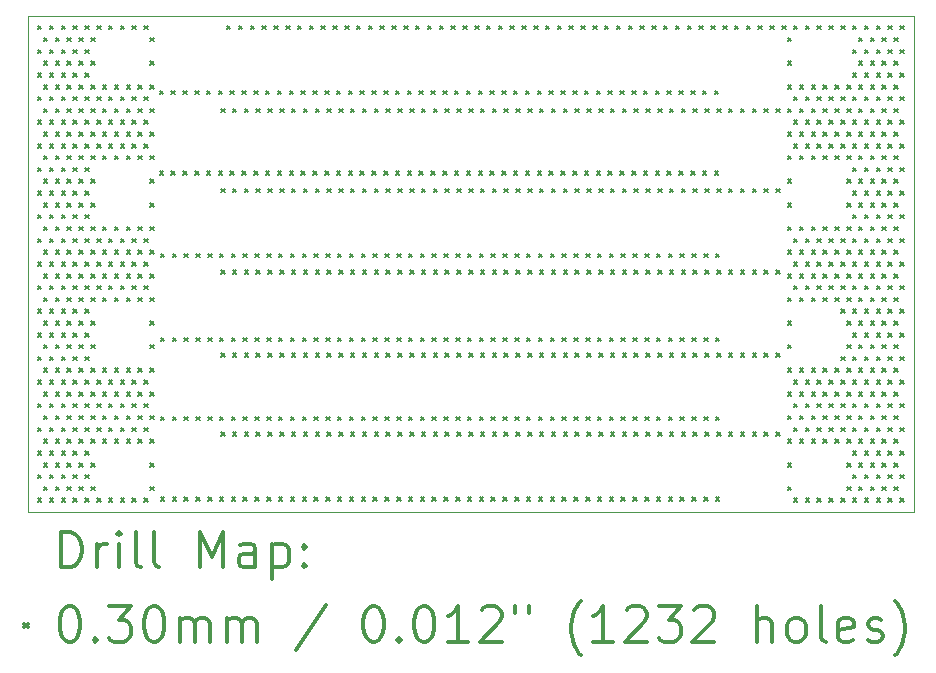
<source format=gbr>
%FSLAX45Y45*%
G04 Gerber Fmt 4.5, Leading zero omitted, Abs format (unit mm)*
G04 Created by KiCad (PCBNEW 5.1.9) date 2021-04-12 02:40:45*
%MOMM*%
%LPD*%
G01*
G04 APERTURE LIST*
%TA.AperFunction,Profile*%
%ADD10C,0.050000*%
%TD*%
%ADD11C,0.200000*%
%ADD12C,0.300000*%
G04 APERTURE END LIST*
D10*
X11050000Y-8050000D02*
X18550000Y-8050000D01*
X11050000Y-12250000D02*
X11050000Y-8050000D01*
X18550000Y-12250000D02*
X11050000Y-12250000D01*
X18550000Y-8050000D02*
X18550000Y-12250000D01*
D11*
X11135000Y-8135000D02*
X11165000Y-8165000D01*
X11165000Y-8135000D02*
X11135000Y-8165000D01*
X11135000Y-8335000D02*
X11165000Y-8365000D01*
X11165000Y-8335000D02*
X11135000Y-8365000D01*
X11135000Y-8535000D02*
X11165000Y-8565000D01*
X11165000Y-8535000D02*
X11135000Y-8565000D01*
X11135000Y-8735000D02*
X11165000Y-8765000D01*
X11165000Y-8735000D02*
X11135000Y-8765000D01*
X11135000Y-8935000D02*
X11165000Y-8965000D01*
X11165000Y-8935000D02*
X11135000Y-8965000D01*
X11135000Y-9135000D02*
X11165000Y-9165000D01*
X11165000Y-9135000D02*
X11135000Y-9165000D01*
X11135000Y-9335000D02*
X11165000Y-9365000D01*
X11165000Y-9335000D02*
X11135000Y-9365000D01*
X11135000Y-9535000D02*
X11165000Y-9565000D01*
X11165000Y-9535000D02*
X11135000Y-9565000D01*
X11135000Y-9735000D02*
X11165000Y-9765000D01*
X11165000Y-9735000D02*
X11135000Y-9765000D01*
X11135000Y-9935000D02*
X11165000Y-9965000D01*
X11165000Y-9935000D02*
X11135000Y-9965000D01*
X11135000Y-10135000D02*
X11165000Y-10165000D01*
X11165000Y-10135000D02*
X11135000Y-10165000D01*
X11135000Y-10335000D02*
X11165000Y-10365000D01*
X11165000Y-10335000D02*
X11135000Y-10365000D01*
X11135000Y-10535000D02*
X11165000Y-10565000D01*
X11165000Y-10535000D02*
X11135000Y-10565000D01*
X11135000Y-10735000D02*
X11165000Y-10765000D01*
X11165000Y-10735000D02*
X11135000Y-10765000D01*
X11135000Y-10935000D02*
X11165000Y-10965000D01*
X11165000Y-10935000D02*
X11135000Y-10965000D01*
X11135000Y-11135000D02*
X11165000Y-11165000D01*
X11165000Y-11135000D02*
X11135000Y-11165000D01*
X11135000Y-11335000D02*
X11165000Y-11365000D01*
X11165000Y-11335000D02*
X11135000Y-11365000D01*
X11135000Y-11535000D02*
X11165000Y-11565000D01*
X11165000Y-11535000D02*
X11135000Y-11565000D01*
X11135000Y-11735000D02*
X11165000Y-11765000D01*
X11165000Y-11735000D02*
X11135000Y-11765000D01*
X11135000Y-11935000D02*
X11165000Y-11965000D01*
X11165000Y-11935000D02*
X11135000Y-11965000D01*
X11135000Y-12135000D02*
X11165000Y-12165000D01*
X11165000Y-12135000D02*
X11135000Y-12165000D01*
X11185000Y-8235000D02*
X11215000Y-8265000D01*
X11215000Y-8235000D02*
X11185000Y-8265000D01*
X11185000Y-8435000D02*
X11215000Y-8465000D01*
X11215000Y-8435000D02*
X11185000Y-8465000D01*
X11185000Y-8635000D02*
X11215000Y-8665000D01*
X11215000Y-8635000D02*
X11185000Y-8665000D01*
X11185000Y-8835000D02*
X11215000Y-8865000D01*
X11215000Y-8835000D02*
X11185000Y-8865000D01*
X11185000Y-9035000D02*
X11215000Y-9065000D01*
X11215000Y-9035000D02*
X11185000Y-9065000D01*
X11185000Y-9235000D02*
X11215000Y-9265000D01*
X11215000Y-9235000D02*
X11185000Y-9265000D01*
X11185000Y-9435000D02*
X11215000Y-9465000D01*
X11215000Y-9435000D02*
X11185000Y-9465000D01*
X11185000Y-9635000D02*
X11215000Y-9665000D01*
X11215000Y-9635000D02*
X11185000Y-9665000D01*
X11185000Y-9835000D02*
X11215000Y-9865000D01*
X11215000Y-9835000D02*
X11185000Y-9865000D01*
X11185000Y-10035000D02*
X11215000Y-10065000D01*
X11215000Y-10035000D02*
X11185000Y-10065000D01*
X11185000Y-10235000D02*
X11215000Y-10265000D01*
X11215000Y-10235000D02*
X11185000Y-10265000D01*
X11185000Y-10435000D02*
X11215000Y-10465000D01*
X11215000Y-10435000D02*
X11185000Y-10465000D01*
X11185000Y-10635000D02*
X11215000Y-10665000D01*
X11215000Y-10635000D02*
X11185000Y-10665000D01*
X11185000Y-10835000D02*
X11215000Y-10865000D01*
X11215000Y-10835000D02*
X11185000Y-10865000D01*
X11185000Y-11035000D02*
X11215000Y-11065000D01*
X11215000Y-11035000D02*
X11185000Y-11065000D01*
X11185000Y-11235000D02*
X11215000Y-11265000D01*
X11215000Y-11235000D02*
X11185000Y-11265000D01*
X11185000Y-11435000D02*
X11215000Y-11465000D01*
X11215000Y-11435000D02*
X11185000Y-11465000D01*
X11185000Y-11635000D02*
X11215000Y-11665000D01*
X11215000Y-11635000D02*
X11185000Y-11665000D01*
X11185000Y-11835000D02*
X11215000Y-11865000D01*
X11215000Y-11835000D02*
X11185000Y-11865000D01*
X11185000Y-12035000D02*
X11215000Y-12065000D01*
X11215000Y-12035000D02*
X11185000Y-12065000D01*
X11235000Y-8135000D02*
X11265000Y-8165000D01*
X11265000Y-8135000D02*
X11235000Y-8165000D01*
X11235000Y-8335000D02*
X11265000Y-8365000D01*
X11265000Y-8335000D02*
X11235000Y-8365000D01*
X11235000Y-8535000D02*
X11265000Y-8565000D01*
X11265000Y-8535000D02*
X11235000Y-8565000D01*
X11235000Y-8735000D02*
X11265000Y-8765000D01*
X11265000Y-8735000D02*
X11235000Y-8765000D01*
X11235000Y-8935000D02*
X11265000Y-8965000D01*
X11265000Y-8935000D02*
X11235000Y-8965000D01*
X11235000Y-9135000D02*
X11265000Y-9165000D01*
X11265000Y-9135000D02*
X11235000Y-9165000D01*
X11235000Y-9335000D02*
X11265000Y-9365000D01*
X11265000Y-9335000D02*
X11235000Y-9365000D01*
X11235000Y-9535000D02*
X11265000Y-9565000D01*
X11265000Y-9535000D02*
X11235000Y-9565000D01*
X11235000Y-9735000D02*
X11265000Y-9765000D01*
X11265000Y-9735000D02*
X11235000Y-9765000D01*
X11235000Y-9935000D02*
X11265000Y-9965000D01*
X11265000Y-9935000D02*
X11235000Y-9965000D01*
X11235000Y-10135000D02*
X11265000Y-10165000D01*
X11265000Y-10135000D02*
X11235000Y-10165000D01*
X11235000Y-10335000D02*
X11265000Y-10365000D01*
X11265000Y-10335000D02*
X11235000Y-10365000D01*
X11235000Y-10535000D02*
X11265000Y-10565000D01*
X11265000Y-10535000D02*
X11235000Y-10565000D01*
X11235000Y-10735000D02*
X11265000Y-10765000D01*
X11265000Y-10735000D02*
X11235000Y-10765000D01*
X11235000Y-10935000D02*
X11265000Y-10965000D01*
X11265000Y-10935000D02*
X11235000Y-10965000D01*
X11235000Y-11135000D02*
X11265000Y-11165000D01*
X11265000Y-11135000D02*
X11235000Y-11165000D01*
X11235000Y-11335000D02*
X11265000Y-11365000D01*
X11265000Y-11335000D02*
X11235000Y-11365000D01*
X11235000Y-11535000D02*
X11265000Y-11565000D01*
X11265000Y-11535000D02*
X11235000Y-11565000D01*
X11235000Y-11735000D02*
X11265000Y-11765000D01*
X11265000Y-11735000D02*
X11235000Y-11765000D01*
X11235000Y-11935000D02*
X11265000Y-11965000D01*
X11265000Y-11935000D02*
X11235000Y-11965000D01*
X11235000Y-12135000D02*
X11265000Y-12165000D01*
X11265000Y-12135000D02*
X11235000Y-12165000D01*
X11285000Y-8235000D02*
X11315000Y-8265000D01*
X11315000Y-8235000D02*
X11285000Y-8265000D01*
X11285000Y-8435000D02*
X11315000Y-8465000D01*
X11315000Y-8435000D02*
X11285000Y-8465000D01*
X11285000Y-8635000D02*
X11315000Y-8665000D01*
X11315000Y-8635000D02*
X11285000Y-8665000D01*
X11285000Y-8835000D02*
X11315000Y-8865000D01*
X11315000Y-8835000D02*
X11285000Y-8865000D01*
X11285000Y-9035000D02*
X11315000Y-9065000D01*
X11315000Y-9035000D02*
X11285000Y-9065000D01*
X11285000Y-9235000D02*
X11315000Y-9265000D01*
X11315000Y-9235000D02*
X11285000Y-9265000D01*
X11285000Y-9435000D02*
X11315000Y-9465000D01*
X11315000Y-9435000D02*
X11285000Y-9465000D01*
X11285000Y-9635000D02*
X11315000Y-9665000D01*
X11315000Y-9635000D02*
X11285000Y-9665000D01*
X11285000Y-9835000D02*
X11315000Y-9865000D01*
X11315000Y-9835000D02*
X11285000Y-9865000D01*
X11285000Y-10035000D02*
X11315000Y-10065000D01*
X11315000Y-10035000D02*
X11285000Y-10065000D01*
X11285000Y-10235000D02*
X11315000Y-10265000D01*
X11315000Y-10235000D02*
X11285000Y-10265000D01*
X11285000Y-10435000D02*
X11315000Y-10465000D01*
X11315000Y-10435000D02*
X11285000Y-10465000D01*
X11285000Y-10635000D02*
X11315000Y-10665000D01*
X11315000Y-10635000D02*
X11285000Y-10665000D01*
X11285000Y-10835000D02*
X11315000Y-10865000D01*
X11315000Y-10835000D02*
X11285000Y-10865000D01*
X11285000Y-11035000D02*
X11315000Y-11065000D01*
X11315000Y-11035000D02*
X11285000Y-11065000D01*
X11285000Y-11235000D02*
X11315000Y-11265000D01*
X11315000Y-11235000D02*
X11285000Y-11265000D01*
X11285000Y-11435000D02*
X11315000Y-11465000D01*
X11315000Y-11435000D02*
X11285000Y-11465000D01*
X11285000Y-11635000D02*
X11315000Y-11665000D01*
X11315000Y-11635000D02*
X11285000Y-11665000D01*
X11285000Y-11835000D02*
X11315000Y-11865000D01*
X11315000Y-11835000D02*
X11285000Y-11865000D01*
X11285000Y-12035000D02*
X11315000Y-12065000D01*
X11315000Y-12035000D02*
X11285000Y-12065000D01*
X11335000Y-8135000D02*
X11365000Y-8165000D01*
X11365000Y-8135000D02*
X11335000Y-8165000D01*
X11335000Y-8335000D02*
X11365000Y-8365000D01*
X11365000Y-8335000D02*
X11335000Y-8365000D01*
X11335000Y-8535000D02*
X11365000Y-8565000D01*
X11365000Y-8535000D02*
X11335000Y-8565000D01*
X11335000Y-8735000D02*
X11365000Y-8765000D01*
X11365000Y-8735000D02*
X11335000Y-8765000D01*
X11335000Y-8935000D02*
X11365000Y-8965000D01*
X11365000Y-8935000D02*
X11335000Y-8965000D01*
X11335000Y-9135000D02*
X11365000Y-9165000D01*
X11365000Y-9135000D02*
X11335000Y-9165000D01*
X11335000Y-9335000D02*
X11365000Y-9365000D01*
X11365000Y-9335000D02*
X11335000Y-9365000D01*
X11335000Y-9535000D02*
X11365000Y-9565000D01*
X11365000Y-9535000D02*
X11335000Y-9565000D01*
X11335000Y-9735000D02*
X11365000Y-9765000D01*
X11365000Y-9735000D02*
X11335000Y-9765000D01*
X11335000Y-9935000D02*
X11365000Y-9965000D01*
X11365000Y-9935000D02*
X11335000Y-9965000D01*
X11335000Y-10135000D02*
X11365000Y-10165000D01*
X11365000Y-10135000D02*
X11335000Y-10165000D01*
X11335000Y-10335000D02*
X11365000Y-10365000D01*
X11365000Y-10335000D02*
X11335000Y-10365000D01*
X11335000Y-10535000D02*
X11365000Y-10565000D01*
X11365000Y-10535000D02*
X11335000Y-10565000D01*
X11335000Y-10735000D02*
X11365000Y-10765000D01*
X11365000Y-10735000D02*
X11335000Y-10765000D01*
X11335000Y-10935000D02*
X11365000Y-10965000D01*
X11365000Y-10935000D02*
X11335000Y-10965000D01*
X11335000Y-11135000D02*
X11365000Y-11165000D01*
X11365000Y-11135000D02*
X11335000Y-11165000D01*
X11335000Y-11335000D02*
X11365000Y-11365000D01*
X11365000Y-11335000D02*
X11335000Y-11365000D01*
X11335000Y-11535000D02*
X11365000Y-11565000D01*
X11365000Y-11535000D02*
X11335000Y-11565000D01*
X11335000Y-11735000D02*
X11365000Y-11765000D01*
X11365000Y-11735000D02*
X11335000Y-11765000D01*
X11335000Y-11935000D02*
X11365000Y-11965000D01*
X11365000Y-11935000D02*
X11335000Y-11965000D01*
X11335000Y-12135000D02*
X11365000Y-12165000D01*
X11365000Y-12135000D02*
X11335000Y-12165000D01*
X11385000Y-8235000D02*
X11415000Y-8265000D01*
X11415000Y-8235000D02*
X11385000Y-8265000D01*
X11385000Y-8435000D02*
X11415000Y-8465000D01*
X11415000Y-8435000D02*
X11385000Y-8465000D01*
X11385000Y-8635000D02*
X11415000Y-8665000D01*
X11415000Y-8635000D02*
X11385000Y-8665000D01*
X11385000Y-8835000D02*
X11415000Y-8865000D01*
X11415000Y-8835000D02*
X11385000Y-8865000D01*
X11385000Y-9035000D02*
X11415000Y-9065000D01*
X11415000Y-9035000D02*
X11385000Y-9065000D01*
X11385000Y-9235000D02*
X11415000Y-9265000D01*
X11415000Y-9235000D02*
X11385000Y-9265000D01*
X11385000Y-9435000D02*
X11415000Y-9465000D01*
X11415000Y-9435000D02*
X11385000Y-9465000D01*
X11385000Y-9635000D02*
X11415000Y-9665000D01*
X11415000Y-9635000D02*
X11385000Y-9665000D01*
X11385000Y-9835000D02*
X11415000Y-9865000D01*
X11415000Y-9835000D02*
X11385000Y-9865000D01*
X11385000Y-10035000D02*
X11415000Y-10065000D01*
X11415000Y-10035000D02*
X11385000Y-10065000D01*
X11385000Y-10235000D02*
X11415000Y-10265000D01*
X11415000Y-10235000D02*
X11385000Y-10265000D01*
X11385000Y-10435000D02*
X11415000Y-10465000D01*
X11415000Y-10435000D02*
X11385000Y-10465000D01*
X11385000Y-10635000D02*
X11415000Y-10665000D01*
X11415000Y-10635000D02*
X11385000Y-10665000D01*
X11385000Y-10835000D02*
X11415000Y-10865000D01*
X11415000Y-10835000D02*
X11385000Y-10865000D01*
X11385000Y-11035000D02*
X11415000Y-11065000D01*
X11415000Y-11035000D02*
X11385000Y-11065000D01*
X11385000Y-11235000D02*
X11415000Y-11265000D01*
X11415000Y-11235000D02*
X11385000Y-11265000D01*
X11385000Y-11435000D02*
X11415000Y-11465000D01*
X11415000Y-11435000D02*
X11385000Y-11465000D01*
X11385000Y-11635000D02*
X11415000Y-11665000D01*
X11415000Y-11635000D02*
X11385000Y-11665000D01*
X11385000Y-11835000D02*
X11415000Y-11865000D01*
X11415000Y-11835000D02*
X11385000Y-11865000D01*
X11385000Y-12035000D02*
X11415000Y-12065000D01*
X11415000Y-12035000D02*
X11385000Y-12065000D01*
X11435000Y-8135000D02*
X11465000Y-8165000D01*
X11465000Y-8135000D02*
X11435000Y-8165000D01*
X11435000Y-8335000D02*
X11465000Y-8365000D01*
X11465000Y-8335000D02*
X11435000Y-8365000D01*
X11435000Y-8535000D02*
X11465000Y-8565000D01*
X11465000Y-8535000D02*
X11435000Y-8565000D01*
X11435000Y-8735000D02*
X11465000Y-8765000D01*
X11465000Y-8735000D02*
X11435000Y-8765000D01*
X11435000Y-8935000D02*
X11465000Y-8965000D01*
X11465000Y-8935000D02*
X11435000Y-8965000D01*
X11435000Y-9135000D02*
X11465000Y-9165000D01*
X11465000Y-9135000D02*
X11435000Y-9165000D01*
X11435000Y-9335000D02*
X11465000Y-9365000D01*
X11465000Y-9335000D02*
X11435000Y-9365000D01*
X11435000Y-9535000D02*
X11465000Y-9565000D01*
X11465000Y-9535000D02*
X11435000Y-9565000D01*
X11435000Y-9735000D02*
X11465000Y-9765000D01*
X11465000Y-9735000D02*
X11435000Y-9765000D01*
X11435000Y-9935000D02*
X11465000Y-9965000D01*
X11465000Y-9935000D02*
X11435000Y-9965000D01*
X11435000Y-10135000D02*
X11465000Y-10165000D01*
X11465000Y-10135000D02*
X11435000Y-10165000D01*
X11435000Y-10335000D02*
X11465000Y-10365000D01*
X11465000Y-10335000D02*
X11435000Y-10365000D01*
X11435000Y-10535000D02*
X11465000Y-10565000D01*
X11465000Y-10535000D02*
X11435000Y-10565000D01*
X11435000Y-10735000D02*
X11465000Y-10765000D01*
X11465000Y-10735000D02*
X11435000Y-10765000D01*
X11435000Y-10935000D02*
X11465000Y-10965000D01*
X11465000Y-10935000D02*
X11435000Y-10965000D01*
X11435000Y-11135000D02*
X11465000Y-11165000D01*
X11465000Y-11135000D02*
X11435000Y-11165000D01*
X11435000Y-11335000D02*
X11465000Y-11365000D01*
X11465000Y-11335000D02*
X11435000Y-11365000D01*
X11435000Y-11535000D02*
X11465000Y-11565000D01*
X11465000Y-11535000D02*
X11435000Y-11565000D01*
X11435000Y-11735000D02*
X11465000Y-11765000D01*
X11465000Y-11735000D02*
X11435000Y-11765000D01*
X11435000Y-11935000D02*
X11465000Y-11965000D01*
X11465000Y-11935000D02*
X11435000Y-11965000D01*
X11435000Y-12135000D02*
X11465000Y-12165000D01*
X11465000Y-12135000D02*
X11435000Y-12165000D01*
X11485000Y-8235000D02*
X11515000Y-8265000D01*
X11515000Y-8235000D02*
X11485000Y-8265000D01*
X11485000Y-8435000D02*
X11515000Y-8465000D01*
X11515000Y-8435000D02*
X11485000Y-8465000D01*
X11485000Y-8635000D02*
X11515000Y-8665000D01*
X11515000Y-8635000D02*
X11485000Y-8665000D01*
X11485000Y-8835000D02*
X11515000Y-8865000D01*
X11515000Y-8835000D02*
X11485000Y-8865000D01*
X11485000Y-9035000D02*
X11515000Y-9065000D01*
X11515000Y-9035000D02*
X11485000Y-9065000D01*
X11485000Y-9235000D02*
X11515000Y-9265000D01*
X11515000Y-9235000D02*
X11485000Y-9265000D01*
X11485000Y-9435000D02*
X11515000Y-9465000D01*
X11515000Y-9435000D02*
X11485000Y-9465000D01*
X11485000Y-9635000D02*
X11515000Y-9665000D01*
X11515000Y-9635000D02*
X11485000Y-9665000D01*
X11485000Y-9835000D02*
X11515000Y-9865000D01*
X11515000Y-9835000D02*
X11485000Y-9865000D01*
X11485000Y-10035000D02*
X11515000Y-10065000D01*
X11515000Y-10035000D02*
X11485000Y-10065000D01*
X11485000Y-10235000D02*
X11515000Y-10265000D01*
X11515000Y-10235000D02*
X11485000Y-10265000D01*
X11485000Y-10435000D02*
X11515000Y-10465000D01*
X11515000Y-10435000D02*
X11485000Y-10465000D01*
X11485000Y-10635000D02*
X11515000Y-10665000D01*
X11515000Y-10635000D02*
X11485000Y-10665000D01*
X11485000Y-10835000D02*
X11515000Y-10865000D01*
X11515000Y-10835000D02*
X11485000Y-10865000D01*
X11485000Y-11035000D02*
X11515000Y-11065000D01*
X11515000Y-11035000D02*
X11485000Y-11065000D01*
X11485000Y-11235000D02*
X11515000Y-11265000D01*
X11515000Y-11235000D02*
X11485000Y-11265000D01*
X11485000Y-11435000D02*
X11515000Y-11465000D01*
X11515000Y-11435000D02*
X11485000Y-11465000D01*
X11485000Y-11635000D02*
X11515000Y-11665000D01*
X11515000Y-11635000D02*
X11485000Y-11665000D01*
X11485000Y-11835000D02*
X11515000Y-11865000D01*
X11515000Y-11835000D02*
X11485000Y-11865000D01*
X11485000Y-12035000D02*
X11515000Y-12065000D01*
X11515000Y-12035000D02*
X11485000Y-12065000D01*
X11535000Y-8135000D02*
X11565000Y-8165000D01*
X11565000Y-8135000D02*
X11535000Y-8165000D01*
X11535000Y-8335000D02*
X11565000Y-8365000D01*
X11565000Y-8335000D02*
X11535000Y-8365000D01*
X11535000Y-8535000D02*
X11565000Y-8565000D01*
X11565000Y-8535000D02*
X11535000Y-8565000D01*
X11535000Y-8735000D02*
X11565000Y-8765000D01*
X11565000Y-8735000D02*
X11535000Y-8765000D01*
X11535000Y-8935000D02*
X11565000Y-8965000D01*
X11565000Y-8935000D02*
X11535000Y-8965000D01*
X11535000Y-9135000D02*
X11565000Y-9165000D01*
X11565000Y-9135000D02*
X11535000Y-9165000D01*
X11535000Y-9335000D02*
X11565000Y-9365000D01*
X11565000Y-9335000D02*
X11535000Y-9365000D01*
X11535000Y-9535000D02*
X11565000Y-9565000D01*
X11565000Y-9535000D02*
X11535000Y-9565000D01*
X11535000Y-9735000D02*
X11565000Y-9765000D01*
X11565000Y-9735000D02*
X11535000Y-9765000D01*
X11535000Y-9935000D02*
X11565000Y-9965000D01*
X11565000Y-9935000D02*
X11535000Y-9965000D01*
X11535000Y-10135000D02*
X11565000Y-10165000D01*
X11565000Y-10135000D02*
X11535000Y-10165000D01*
X11535000Y-10335000D02*
X11565000Y-10365000D01*
X11565000Y-10335000D02*
X11535000Y-10365000D01*
X11535000Y-10535000D02*
X11565000Y-10565000D01*
X11565000Y-10535000D02*
X11535000Y-10565000D01*
X11535000Y-10735000D02*
X11565000Y-10765000D01*
X11565000Y-10735000D02*
X11535000Y-10765000D01*
X11535000Y-10935000D02*
X11565000Y-10965000D01*
X11565000Y-10935000D02*
X11535000Y-10965000D01*
X11535000Y-11135000D02*
X11565000Y-11165000D01*
X11565000Y-11135000D02*
X11535000Y-11165000D01*
X11535000Y-11335000D02*
X11565000Y-11365000D01*
X11565000Y-11335000D02*
X11535000Y-11365000D01*
X11535000Y-11535000D02*
X11565000Y-11565000D01*
X11565000Y-11535000D02*
X11535000Y-11565000D01*
X11535000Y-11735000D02*
X11565000Y-11765000D01*
X11565000Y-11735000D02*
X11535000Y-11765000D01*
X11535000Y-11935000D02*
X11565000Y-11965000D01*
X11565000Y-11935000D02*
X11535000Y-11965000D01*
X11535000Y-12135000D02*
X11565000Y-12165000D01*
X11565000Y-12135000D02*
X11535000Y-12165000D01*
X11585000Y-8235000D02*
X11615000Y-8265000D01*
X11615000Y-8235000D02*
X11585000Y-8265000D01*
X11585000Y-8435000D02*
X11615000Y-8465000D01*
X11615000Y-8435000D02*
X11585000Y-8465000D01*
X11585000Y-8635000D02*
X11615000Y-8665000D01*
X11615000Y-8635000D02*
X11585000Y-8665000D01*
X11585000Y-8835000D02*
X11615000Y-8865000D01*
X11615000Y-8835000D02*
X11585000Y-8865000D01*
X11585000Y-9035000D02*
X11615000Y-9065000D01*
X11615000Y-9035000D02*
X11585000Y-9065000D01*
X11585000Y-9235000D02*
X11615000Y-9265000D01*
X11615000Y-9235000D02*
X11585000Y-9265000D01*
X11585000Y-9435000D02*
X11615000Y-9465000D01*
X11615000Y-9435000D02*
X11585000Y-9465000D01*
X11585000Y-9635000D02*
X11615000Y-9665000D01*
X11615000Y-9635000D02*
X11585000Y-9665000D01*
X11585000Y-9835000D02*
X11615000Y-9865000D01*
X11615000Y-9835000D02*
X11585000Y-9865000D01*
X11585000Y-10035000D02*
X11615000Y-10065000D01*
X11615000Y-10035000D02*
X11585000Y-10065000D01*
X11585000Y-10235000D02*
X11615000Y-10265000D01*
X11615000Y-10235000D02*
X11585000Y-10265000D01*
X11585000Y-10435000D02*
X11615000Y-10465000D01*
X11615000Y-10435000D02*
X11585000Y-10465000D01*
X11585000Y-10635000D02*
X11615000Y-10665000D01*
X11615000Y-10635000D02*
X11585000Y-10665000D01*
X11585000Y-10835000D02*
X11615000Y-10865000D01*
X11615000Y-10835000D02*
X11585000Y-10865000D01*
X11585000Y-11035000D02*
X11615000Y-11065000D01*
X11615000Y-11035000D02*
X11585000Y-11065000D01*
X11585000Y-11235000D02*
X11615000Y-11265000D01*
X11615000Y-11235000D02*
X11585000Y-11265000D01*
X11585000Y-11435000D02*
X11615000Y-11465000D01*
X11615000Y-11435000D02*
X11585000Y-11465000D01*
X11585000Y-11635000D02*
X11615000Y-11665000D01*
X11615000Y-11635000D02*
X11585000Y-11665000D01*
X11585000Y-11835000D02*
X11615000Y-11865000D01*
X11615000Y-11835000D02*
X11585000Y-11865000D01*
X11585000Y-12035000D02*
X11615000Y-12065000D01*
X11615000Y-12035000D02*
X11585000Y-12065000D01*
X11635000Y-8135000D02*
X11665000Y-8165000D01*
X11665000Y-8135000D02*
X11635000Y-8165000D01*
X11635000Y-8735000D02*
X11665000Y-8765000D01*
X11665000Y-8735000D02*
X11635000Y-8765000D01*
X11635000Y-8935000D02*
X11665000Y-8965000D01*
X11665000Y-8935000D02*
X11635000Y-8965000D01*
X11635000Y-9135000D02*
X11665000Y-9165000D01*
X11665000Y-9135000D02*
X11635000Y-9165000D01*
X11635000Y-9935000D02*
X11665000Y-9965000D01*
X11665000Y-9935000D02*
X11635000Y-9965000D01*
X11635000Y-10135000D02*
X11665000Y-10165000D01*
X11665000Y-10135000D02*
X11635000Y-10165000D01*
X11635000Y-10335000D02*
X11665000Y-10365000D01*
X11665000Y-10335000D02*
X11635000Y-10365000D01*
X11635000Y-11135000D02*
X11665000Y-11165000D01*
X11665000Y-11135000D02*
X11635000Y-11165000D01*
X11635000Y-11335000D02*
X11665000Y-11365000D01*
X11665000Y-11335000D02*
X11635000Y-11365000D01*
X11635000Y-11535000D02*
X11665000Y-11565000D01*
X11665000Y-11535000D02*
X11635000Y-11565000D01*
X11635000Y-12135000D02*
X11665000Y-12165000D01*
X11665000Y-12135000D02*
X11635000Y-12165000D01*
X11685000Y-8635000D02*
X11715000Y-8665000D01*
X11715000Y-8635000D02*
X11685000Y-8665000D01*
X11685000Y-8835000D02*
X11715000Y-8865000D01*
X11715000Y-8835000D02*
X11685000Y-8865000D01*
X11685000Y-9035000D02*
X11715000Y-9065000D01*
X11715000Y-9035000D02*
X11685000Y-9065000D01*
X11685000Y-9235000D02*
X11715000Y-9265000D01*
X11715000Y-9235000D02*
X11685000Y-9265000D01*
X11685000Y-9835000D02*
X11715000Y-9865000D01*
X11715000Y-9835000D02*
X11685000Y-9865000D01*
X11685000Y-10035000D02*
X11715000Y-10065000D01*
X11715000Y-10035000D02*
X11685000Y-10065000D01*
X11685000Y-10235000D02*
X11715000Y-10265000D01*
X11715000Y-10235000D02*
X11685000Y-10265000D01*
X11685000Y-10435000D02*
X11715000Y-10465000D01*
X11715000Y-10435000D02*
X11685000Y-10465000D01*
X11685000Y-11035000D02*
X11715000Y-11065000D01*
X11715000Y-11035000D02*
X11685000Y-11065000D01*
X11685000Y-11235000D02*
X11715000Y-11265000D01*
X11715000Y-11235000D02*
X11685000Y-11265000D01*
X11685000Y-11435000D02*
X11715000Y-11465000D01*
X11715000Y-11435000D02*
X11685000Y-11465000D01*
X11685000Y-11635000D02*
X11715000Y-11665000D01*
X11715000Y-11635000D02*
X11685000Y-11665000D01*
X11735000Y-8135000D02*
X11765000Y-8165000D01*
X11765000Y-8135000D02*
X11735000Y-8165000D01*
X11735000Y-8735000D02*
X11765000Y-8765000D01*
X11765000Y-8735000D02*
X11735000Y-8765000D01*
X11735000Y-8935000D02*
X11765000Y-8965000D01*
X11765000Y-8935000D02*
X11735000Y-8965000D01*
X11735000Y-9135000D02*
X11765000Y-9165000D01*
X11765000Y-9135000D02*
X11735000Y-9165000D01*
X11735000Y-9935000D02*
X11765000Y-9965000D01*
X11765000Y-9935000D02*
X11735000Y-9965000D01*
X11735000Y-10135000D02*
X11765000Y-10165000D01*
X11765000Y-10135000D02*
X11735000Y-10165000D01*
X11735000Y-10335000D02*
X11765000Y-10365000D01*
X11765000Y-10335000D02*
X11735000Y-10365000D01*
X11735000Y-11135000D02*
X11765000Y-11165000D01*
X11765000Y-11135000D02*
X11735000Y-11165000D01*
X11735000Y-11335000D02*
X11765000Y-11365000D01*
X11765000Y-11335000D02*
X11735000Y-11365000D01*
X11735000Y-11535000D02*
X11765000Y-11565000D01*
X11765000Y-11535000D02*
X11735000Y-11565000D01*
X11735000Y-12135000D02*
X11765000Y-12165000D01*
X11765000Y-12135000D02*
X11735000Y-12165000D01*
X11785000Y-8635000D02*
X11815000Y-8665000D01*
X11815000Y-8635000D02*
X11785000Y-8665000D01*
X11785000Y-8835000D02*
X11815000Y-8865000D01*
X11815000Y-8835000D02*
X11785000Y-8865000D01*
X11785000Y-9035000D02*
X11815000Y-9065000D01*
X11815000Y-9035000D02*
X11785000Y-9065000D01*
X11785000Y-9235000D02*
X11815000Y-9265000D01*
X11815000Y-9235000D02*
X11785000Y-9265000D01*
X11785000Y-9835000D02*
X11815000Y-9865000D01*
X11815000Y-9835000D02*
X11785000Y-9865000D01*
X11785000Y-10035000D02*
X11815000Y-10065000D01*
X11815000Y-10035000D02*
X11785000Y-10065000D01*
X11785000Y-10235000D02*
X11815000Y-10265000D01*
X11815000Y-10235000D02*
X11785000Y-10265000D01*
X11785000Y-10435000D02*
X11815000Y-10465000D01*
X11815000Y-10435000D02*
X11785000Y-10465000D01*
X11785000Y-11035000D02*
X11815000Y-11065000D01*
X11815000Y-11035000D02*
X11785000Y-11065000D01*
X11785000Y-11235000D02*
X11815000Y-11265000D01*
X11815000Y-11235000D02*
X11785000Y-11265000D01*
X11785000Y-11435000D02*
X11815000Y-11465000D01*
X11815000Y-11435000D02*
X11785000Y-11465000D01*
X11785000Y-11635000D02*
X11815000Y-11665000D01*
X11815000Y-11635000D02*
X11785000Y-11665000D01*
X11835000Y-8135000D02*
X11865000Y-8165000D01*
X11865000Y-8135000D02*
X11835000Y-8165000D01*
X11835000Y-8735000D02*
X11865000Y-8765000D01*
X11865000Y-8735000D02*
X11835000Y-8765000D01*
X11835000Y-8935000D02*
X11865000Y-8965000D01*
X11865000Y-8935000D02*
X11835000Y-8965000D01*
X11835000Y-9135000D02*
X11865000Y-9165000D01*
X11865000Y-9135000D02*
X11835000Y-9165000D01*
X11835000Y-9935000D02*
X11865000Y-9965000D01*
X11865000Y-9935000D02*
X11835000Y-9965000D01*
X11835000Y-10135000D02*
X11865000Y-10165000D01*
X11865000Y-10135000D02*
X11835000Y-10165000D01*
X11835000Y-10335000D02*
X11865000Y-10365000D01*
X11865000Y-10335000D02*
X11835000Y-10365000D01*
X11835000Y-11135000D02*
X11865000Y-11165000D01*
X11865000Y-11135000D02*
X11835000Y-11165000D01*
X11835000Y-11335000D02*
X11865000Y-11365000D01*
X11865000Y-11335000D02*
X11835000Y-11365000D01*
X11835000Y-11535000D02*
X11865000Y-11565000D01*
X11865000Y-11535000D02*
X11835000Y-11565000D01*
X11835000Y-12135000D02*
X11865000Y-12165000D01*
X11865000Y-12135000D02*
X11835000Y-12165000D01*
X11885000Y-8635000D02*
X11915000Y-8665000D01*
X11915000Y-8635000D02*
X11885000Y-8665000D01*
X11885000Y-8835000D02*
X11915000Y-8865000D01*
X11915000Y-8835000D02*
X11885000Y-8865000D01*
X11885000Y-9035000D02*
X11915000Y-9065000D01*
X11915000Y-9035000D02*
X11885000Y-9065000D01*
X11885000Y-9235000D02*
X11915000Y-9265000D01*
X11915000Y-9235000D02*
X11885000Y-9265000D01*
X11885000Y-9835000D02*
X11915000Y-9865000D01*
X11915000Y-9835000D02*
X11885000Y-9865000D01*
X11885000Y-10035000D02*
X11915000Y-10065000D01*
X11915000Y-10035000D02*
X11885000Y-10065000D01*
X11885000Y-10235000D02*
X11915000Y-10265000D01*
X11915000Y-10235000D02*
X11885000Y-10265000D01*
X11885000Y-10435000D02*
X11915000Y-10465000D01*
X11915000Y-10435000D02*
X11885000Y-10465000D01*
X11885000Y-11035000D02*
X11915000Y-11065000D01*
X11915000Y-11035000D02*
X11885000Y-11065000D01*
X11885000Y-11235000D02*
X11915000Y-11265000D01*
X11915000Y-11235000D02*
X11885000Y-11265000D01*
X11885000Y-11435000D02*
X11915000Y-11465000D01*
X11915000Y-11435000D02*
X11885000Y-11465000D01*
X11885000Y-11635000D02*
X11915000Y-11665000D01*
X11915000Y-11635000D02*
X11885000Y-11665000D01*
X11935000Y-8135000D02*
X11965000Y-8165000D01*
X11965000Y-8135000D02*
X11935000Y-8165000D01*
X11935000Y-8735000D02*
X11965000Y-8765000D01*
X11965000Y-8735000D02*
X11935000Y-8765000D01*
X11935000Y-8935000D02*
X11965000Y-8965000D01*
X11965000Y-8935000D02*
X11935000Y-8965000D01*
X11935000Y-9135000D02*
X11965000Y-9165000D01*
X11965000Y-9135000D02*
X11935000Y-9165000D01*
X11935000Y-9935000D02*
X11965000Y-9965000D01*
X11965000Y-9935000D02*
X11935000Y-9965000D01*
X11935000Y-10135000D02*
X11965000Y-10165000D01*
X11965000Y-10135000D02*
X11935000Y-10165000D01*
X11935000Y-10335000D02*
X11965000Y-10365000D01*
X11965000Y-10335000D02*
X11935000Y-10365000D01*
X11935000Y-11135000D02*
X11965000Y-11165000D01*
X11965000Y-11135000D02*
X11935000Y-11165000D01*
X11935000Y-11335000D02*
X11965000Y-11365000D01*
X11965000Y-11335000D02*
X11935000Y-11365000D01*
X11935000Y-11535000D02*
X11965000Y-11565000D01*
X11965000Y-11535000D02*
X11935000Y-11565000D01*
X11935000Y-12135000D02*
X11965000Y-12165000D01*
X11965000Y-12135000D02*
X11935000Y-12165000D01*
X11985000Y-8635000D02*
X12015000Y-8665000D01*
X12015000Y-8635000D02*
X11985000Y-8665000D01*
X11985000Y-8835000D02*
X12015000Y-8865000D01*
X12015000Y-8835000D02*
X11985000Y-8865000D01*
X11985000Y-9035000D02*
X12015000Y-9065000D01*
X12015000Y-9035000D02*
X11985000Y-9065000D01*
X11985000Y-9235000D02*
X12015000Y-9265000D01*
X12015000Y-9235000D02*
X11985000Y-9265000D01*
X11985000Y-9835000D02*
X12015000Y-9865000D01*
X12015000Y-9835000D02*
X11985000Y-9865000D01*
X11985000Y-10035000D02*
X12015000Y-10065000D01*
X12015000Y-10035000D02*
X11985000Y-10065000D01*
X11985000Y-10235000D02*
X12015000Y-10265000D01*
X12015000Y-10235000D02*
X11985000Y-10265000D01*
X11985000Y-10435000D02*
X12015000Y-10465000D01*
X12015000Y-10435000D02*
X11985000Y-10465000D01*
X11985000Y-11035000D02*
X12015000Y-11065000D01*
X12015000Y-11035000D02*
X11985000Y-11065000D01*
X11985000Y-11235000D02*
X12015000Y-11265000D01*
X12015000Y-11235000D02*
X11985000Y-11265000D01*
X11985000Y-11435000D02*
X12015000Y-11465000D01*
X12015000Y-11435000D02*
X11985000Y-11465000D01*
X11985000Y-11635000D02*
X12015000Y-11665000D01*
X12015000Y-11635000D02*
X11985000Y-11665000D01*
X12035000Y-8135000D02*
X12065000Y-8165000D01*
X12065000Y-8135000D02*
X12035000Y-8165000D01*
X12035000Y-8735000D02*
X12065000Y-8765000D01*
X12065000Y-8735000D02*
X12035000Y-8765000D01*
X12035000Y-8935000D02*
X12065000Y-8965000D01*
X12065000Y-8935000D02*
X12035000Y-8965000D01*
X12035000Y-9135000D02*
X12065000Y-9165000D01*
X12065000Y-9135000D02*
X12035000Y-9165000D01*
X12035000Y-9935000D02*
X12065000Y-9965000D01*
X12065000Y-9935000D02*
X12035000Y-9965000D01*
X12035000Y-10135000D02*
X12065000Y-10165000D01*
X12065000Y-10135000D02*
X12035000Y-10165000D01*
X12035000Y-10335000D02*
X12065000Y-10365000D01*
X12065000Y-10335000D02*
X12035000Y-10365000D01*
X12035000Y-11135000D02*
X12065000Y-11165000D01*
X12065000Y-11135000D02*
X12035000Y-11165000D01*
X12035000Y-11335000D02*
X12065000Y-11365000D01*
X12065000Y-11335000D02*
X12035000Y-11365000D01*
X12035000Y-11535000D02*
X12065000Y-11565000D01*
X12065000Y-11535000D02*
X12035000Y-11565000D01*
X12035000Y-12135000D02*
X12065000Y-12165000D01*
X12065000Y-12135000D02*
X12035000Y-12165000D01*
X12085000Y-8235000D02*
X12115000Y-8265000D01*
X12115000Y-8235000D02*
X12085000Y-8265000D01*
X12085000Y-8435000D02*
X12115000Y-8465000D01*
X12115000Y-8435000D02*
X12085000Y-8465000D01*
X12085000Y-8635000D02*
X12115000Y-8665000D01*
X12115000Y-8635000D02*
X12085000Y-8665000D01*
X12085000Y-8835000D02*
X12115000Y-8865000D01*
X12115000Y-8835000D02*
X12085000Y-8865000D01*
X12085000Y-9035000D02*
X12115000Y-9065000D01*
X12115000Y-9035000D02*
X12085000Y-9065000D01*
X12085000Y-9235000D02*
X12115000Y-9265000D01*
X12115000Y-9235000D02*
X12085000Y-9265000D01*
X12085000Y-9435000D02*
X12115000Y-9465000D01*
X12115000Y-9435000D02*
X12085000Y-9465000D01*
X12085000Y-9635000D02*
X12115000Y-9665000D01*
X12115000Y-9635000D02*
X12085000Y-9665000D01*
X12085000Y-9835000D02*
X12115000Y-9865000D01*
X12115000Y-9835000D02*
X12085000Y-9865000D01*
X12085000Y-10035000D02*
X12115000Y-10065000D01*
X12115000Y-10035000D02*
X12085000Y-10065000D01*
X12085000Y-10235000D02*
X12115000Y-10265000D01*
X12115000Y-10235000D02*
X12085000Y-10265000D01*
X12085000Y-10435000D02*
X12115000Y-10465000D01*
X12115000Y-10435000D02*
X12085000Y-10465000D01*
X12085000Y-10635000D02*
X12115000Y-10665000D01*
X12115000Y-10635000D02*
X12085000Y-10665000D01*
X12085000Y-10835000D02*
X12115000Y-10865000D01*
X12115000Y-10835000D02*
X12085000Y-10865000D01*
X12085000Y-11035000D02*
X12115000Y-11065000D01*
X12115000Y-11035000D02*
X12085000Y-11065000D01*
X12085000Y-11235000D02*
X12115000Y-11265000D01*
X12115000Y-11235000D02*
X12085000Y-11265000D01*
X12085000Y-11435000D02*
X12115000Y-11465000D01*
X12115000Y-11435000D02*
X12085000Y-11465000D01*
X12085000Y-11635000D02*
X12115000Y-11665000D01*
X12115000Y-11635000D02*
X12085000Y-11665000D01*
X12085000Y-11835000D02*
X12115000Y-11865000D01*
X12115000Y-11835000D02*
X12085000Y-11865000D01*
X12085000Y-12035000D02*
X12115000Y-12065000D01*
X12115000Y-12035000D02*
X12085000Y-12065000D01*
X12165000Y-8685000D02*
X12195000Y-8715000D01*
X12195000Y-8685000D02*
X12165000Y-8715000D01*
X12165000Y-9365000D02*
X12195000Y-9395000D01*
X12195000Y-9365000D02*
X12165000Y-9395000D01*
X12175000Y-10065000D02*
X12205000Y-10095000D01*
X12205000Y-10065000D02*
X12175000Y-10095000D01*
X12175000Y-10775000D02*
X12205000Y-10805000D01*
X12205000Y-10775000D02*
X12175000Y-10805000D01*
X12175000Y-11445000D02*
X12205000Y-11475000D01*
X12205000Y-11445000D02*
X12175000Y-11475000D01*
X12175000Y-12125000D02*
X12205000Y-12155000D01*
X12205000Y-12125000D02*
X12175000Y-12155000D01*
X12265000Y-8685000D02*
X12295000Y-8715000D01*
X12295000Y-8685000D02*
X12265000Y-8715000D01*
X12265000Y-9365000D02*
X12295000Y-9395000D01*
X12295000Y-9365000D02*
X12265000Y-9395000D01*
X12275000Y-10065000D02*
X12305000Y-10095000D01*
X12305000Y-10065000D02*
X12275000Y-10095000D01*
X12275000Y-10775000D02*
X12305000Y-10805000D01*
X12305000Y-10775000D02*
X12275000Y-10805000D01*
X12275000Y-11445000D02*
X12305000Y-11475000D01*
X12305000Y-11445000D02*
X12275000Y-11475000D01*
X12275000Y-12125000D02*
X12305000Y-12155000D01*
X12305000Y-12125000D02*
X12275000Y-12155000D01*
X12365000Y-8685000D02*
X12395000Y-8715000D01*
X12395000Y-8685000D02*
X12365000Y-8715000D01*
X12365000Y-9365000D02*
X12395000Y-9395000D01*
X12395000Y-9365000D02*
X12365000Y-9395000D01*
X12375000Y-10065000D02*
X12405000Y-10095000D01*
X12405000Y-10065000D02*
X12375000Y-10095000D01*
X12375000Y-10775000D02*
X12405000Y-10805000D01*
X12405000Y-10775000D02*
X12375000Y-10805000D01*
X12375000Y-11445000D02*
X12405000Y-11475000D01*
X12405000Y-11445000D02*
X12375000Y-11475000D01*
X12375000Y-12125000D02*
X12405000Y-12155000D01*
X12405000Y-12125000D02*
X12375000Y-12155000D01*
X12465000Y-8685000D02*
X12495000Y-8715000D01*
X12495000Y-8685000D02*
X12465000Y-8715000D01*
X12465000Y-9365000D02*
X12495000Y-9395000D01*
X12495000Y-9365000D02*
X12465000Y-9395000D01*
X12475000Y-10065000D02*
X12505000Y-10095000D01*
X12505000Y-10065000D02*
X12475000Y-10095000D01*
X12475000Y-10775000D02*
X12505000Y-10805000D01*
X12505000Y-10775000D02*
X12475000Y-10805000D01*
X12475000Y-11445000D02*
X12505000Y-11475000D01*
X12505000Y-11445000D02*
X12475000Y-11475000D01*
X12475000Y-12125000D02*
X12505000Y-12155000D01*
X12505000Y-12125000D02*
X12475000Y-12155000D01*
X12565000Y-8685000D02*
X12595000Y-8715000D01*
X12595000Y-8685000D02*
X12565000Y-8715000D01*
X12565000Y-9365000D02*
X12595000Y-9395000D01*
X12595000Y-9365000D02*
X12565000Y-9395000D01*
X12575000Y-10065000D02*
X12605000Y-10095000D01*
X12605000Y-10065000D02*
X12575000Y-10095000D01*
X12575000Y-10775000D02*
X12605000Y-10805000D01*
X12605000Y-10775000D02*
X12575000Y-10805000D01*
X12575000Y-11445000D02*
X12605000Y-11475000D01*
X12605000Y-11445000D02*
X12575000Y-11475000D01*
X12575000Y-12125000D02*
X12605000Y-12155000D01*
X12605000Y-12125000D02*
X12575000Y-12155000D01*
X12665000Y-8685000D02*
X12695000Y-8715000D01*
X12695000Y-8685000D02*
X12665000Y-8715000D01*
X12665000Y-9365000D02*
X12695000Y-9395000D01*
X12695000Y-9365000D02*
X12665000Y-9395000D01*
X12675000Y-10065000D02*
X12705000Y-10095000D01*
X12705000Y-10065000D02*
X12675000Y-10095000D01*
X12675000Y-10775000D02*
X12705000Y-10805000D01*
X12705000Y-10775000D02*
X12675000Y-10805000D01*
X12675000Y-11445000D02*
X12705000Y-11475000D01*
X12705000Y-11445000D02*
X12675000Y-11475000D01*
X12675000Y-12125000D02*
X12705000Y-12155000D01*
X12705000Y-12125000D02*
X12675000Y-12155000D01*
X12685000Y-8835000D02*
X12715000Y-8865000D01*
X12715000Y-8835000D02*
X12685000Y-8865000D01*
X12685000Y-9515000D02*
X12715000Y-9545000D01*
X12715000Y-9515000D02*
X12685000Y-9545000D01*
X12685000Y-10205000D02*
X12715000Y-10235000D01*
X12715000Y-10205000D02*
X12685000Y-10235000D01*
X12685000Y-10905000D02*
X12715000Y-10935000D01*
X12715000Y-10905000D02*
X12685000Y-10935000D01*
X12685000Y-11575000D02*
X12715000Y-11605000D01*
X12715000Y-11575000D02*
X12685000Y-11605000D01*
X12735000Y-8135000D02*
X12765000Y-8165000D01*
X12765000Y-8135000D02*
X12735000Y-8165000D01*
X12765000Y-8685000D02*
X12795000Y-8715000D01*
X12795000Y-8685000D02*
X12765000Y-8715000D01*
X12765000Y-9365000D02*
X12795000Y-9395000D01*
X12795000Y-9365000D02*
X12765000Y-9395000D01*
X12775000Y-10065000D02*
X12805000Y-10095000D01*
X12805000Y-10065000D02*
X12775000Y-10095000D01*
X12775000Y-10775000D02*
X12805000Y-10805000D01*
X12805000Y-10775000D02*
X12775000Y-10805000D01*
X12775000Y-11445000D02*
X12805000Y-11475000D01*
X12805000Y-11445000D02*
X12775000Y-11475000D01*
X12775000Y-12125000D02*
X12805000Y-12155000D01*
X12805000Y-12125000D02*
X12775000Y-12155000D01*
X12785000Y-8835000D02*
X12815000Y-8865000D01*
X12815000Y-8835000D02*
X12785000Y-8865000D01*
X12785000Y-9515000D02*
X12815000Y-9545000D01*
X12815000Y-9515000D02*
X12785000Y-9545000D01*
X12785000Y-10205000D02*
X12815000Y-10235000D01*
X12815000Y-10205000D02*
X12785000Y-10235000D01*
X12785000Y-10905000D02*
X12815000Y-10935000D01*
X12815000Y-10905000D02*
X12785000Y-10935000D01*
X12785000Y-11575000D02*
X12815000Y-11605000D01*
X12815000Y-11575000D02*
X12785000Y-11605000D01*
X12835000Y-8135000D02*
X12865000Y-8165000D01*
X12865000Y-8135000D02*
X12835000Y-8165000D01*
X12865000Y-8685000D02*
X12895000Y-8715000D01*
X12895000Y-8685000D02*
X12865000Y-8715000D01*
X12865000Y-9365000D02*
X12895000Y-9395000D01*
X12895000Y-9365000D02*
X12865000Y-9395000D01*
X12875000Y-10065000D02*
X12905000Y-10095000D01*
X12905000Y-10065000D02*
X12875000Y-10095000D01*
X12875000Y-10775000D02*
X12905000Y-10805000D01*
X12905000Y-10775000D02*
X12875000Y-10805000D01*
X12875000Y-11445000D02*
X12905000Y-11475000D01*
X12905000Y-11445000D02*
X12875000Y-11475000D01*
X12875000Y-12125000D02*
X12905000Y-12155000D01*
X12905000Y-12125000D02*
X12875000Y-12155000D01*
X12885000Y-8835000D02*
X12915000Y-8865000D01*
X12915000Y-8835000D02*
X12885000Y-8865000D01*
X12885000Y-9515000D02*
X12915000Y-9545000D01*
X12915000Y-9515000D02*
X12885000Y-9545000D01*
X12885000Y-10205000D02*
X12915000Y-10235000D01*
X12915000Y-10205000D02*
X12885000Y-10235000D01*
X12885000Y-10905000D02*
X12915000Y-10935000D01*
X12915000Y-10905000D02*
X12885000Y-10935000D01*
X12885000Y-11575000D02*
X12915000Y-11605000D01*
X12915000Y-11575000D02*
X12885000Y-11605000D01*
X12935000Y-8135000D02*
X12965000Y-8165000D01*
X12965000Y-8135000D02*
X12935000Y-8165000D01*
X12965000Y-8685000D02*
X12995000Y-8715000D01*
X12995000Y-8685000D02*
X12965000Y-8715000D01*
X12965000Y-9365000D02*
X12995000Y-9395000D01*
X12995000Y-9365000D02*
X12965000Y-9395000D01*
X12975000Y-10065000D02*
X13005000Y-10095000D01*
X13005000Y-10065000D02*
X12975000Y-10095000D01*
X12975000Y-10775000D02*
X13005000Y-10805000D01*
X13005000Y-10775000D02*
X12975000Y-10805000D01*
X12975000Y-11445000D02*
X13005000Y-11475000D01*
X13005000Y-11445000D02*
X12975000Y-11475000D01*
X12975000Y-12125000D02*
X13005000Y-12155000D01*
X13005000Y-12125000D02*
X12975000Y-12155000D01*
X12985000Y-8835000D02*
X13015000Y-8865000D01*
X13015000Y-8835000D02*
X12985000Y-8865000D01*
X12985000Y-9515000D02*
X13015000Y-9545000D01*
X13015000Y-9515000D02*
X12985000Y-9545000D01*
X12985000Y-10205000D02*
X13015000Y-10235000D01*
X13015000Y-10205000D02*
X12985000Y-10235000D01*
X12985000Y-10905000D02*
X13015000Y-10935000D01*
X13015000Y-10905000D02*
X12985000Y-10935000D01*
X12985000Y-11575000D02*
X13015000Y-11605000D01*
X13015000Y-11575000D02*
X12985000Y-11605000D01*
X13035000Y-8135000D02*
X13065000Y-8165000D01*
X13065000Y-8135000D02*
X13035000Y-8165000D01*
X13065000Y-8685000D02*
X13095000Y-8715000D01*
X13095000Y-8685000D02*
X13065000Y-8715000D01*
X13065000Y-9365000D02*
X13095000Y-9395000D01*
X13095000Y-9365000D02*
X13065000Y-9395000D01*
X13075000Y-10065000D02*
X13105000Y-10095000D01*
X13105000Y-10065000D02*
X13075000Y-10095000D01*
X13075000Y-10775000D02*
X13105000Y-10805000D01*
X13105000Y-10775000D02*
X13075000Y-10805000D01*
X13075000Y-11445000D02*
X13105000Y-11475000D01*
X13105000Y-11445000D02*
X13075000Y-11475000D01*
X13075000Y-12125000D02*
X13105000Y-12155000D01*
X13105000Y-12125000D02*
X13075000Y-12155000D01*
X13085000Y-8835000D02*
X13115000Y-8865000D01*
X13115000Y-8835000D02*
X13085000Y-8865000D01*
X13085000Y-9515000D02*
X13115000Y-9545000D01*
X13115000Y-9515000D02*
X13085000Y-9545000D01*
X13085000Y-10205000D02*
X13115000Y-10235000D01*
X13115000Y-10205000D02*
X13085000Y-10235000D01*
X13085000Y-10905000D02*
X13115000Y-10935000D01*
X13115000Y-10905000D02*
X13085000Y-10935000D01*
X13085000Y-11575000D02*
X13115000Y-11605000D01*
X13115000Y-11575000D02*
X13085000Y-11605000D01*
X13135000Y-8135000D02*
X13165000Y-8165000D01*
X13165000Y-8135000D02*
X13135000Y-8165000D01*
X13165000Y-8685000D02*
X13195000Y-8715000D01*
X13195000Y-8685000D02*
X13165000Y-8715000D01*
X13165000Y-9365000D02*
X13195000Y-9395000D01*
X13195000Y-9365000D02*
X13165000Y-9395000D01*
X13175000Y-10065000D02*
X13205000Y-10095000D01*
X13205000Y-10065000D02*
X13175000Y-10095000D01*
X13175000Y-10775000D02*
X13205000Y-10805000D01*
X13205000Y-10775000D02*
X13175000Y-10805000D01*
X13175000Y-11445000D02*
X13205000Y-11475000D01*
X13205000Y-11445000D02*
X13175000Y-11475000D01*
X13175000Y-12125000D02*
X13205000Y-12155000D01*
X13205000Y-12125000D02*
X13175000Y-12155000D01*
X13185000Y-8835000D02*
X13215000Y-8865000D01*
X13215000Y-8835000D02*
X13185000Y-8865000D01*
X13185000Y-9515000D02*
X13215000Y-9545000D01*
X13215000Y-9515000D02*
X13185000Y-9545000D01*
X13185000Y-10205000D02*
X13215000Y-10235000D01*
X13215000Y-10205000D02*
X13185000Y-10235000D01*
X13185000Y-10905000D02*
X13215000Y-10935000D01*
X13215000Y-10905000D02*
X13185000Y-10935000D01*
X13185000Y-11575000D02*
X13215000Y-11605000D01*
X13215000Y-11575000D02*
X13185000Y-11605000D01*
X13235000Y-8135000D02*
X13265000Y-8165000D01*
X13265000Y-8135000D02*
X13235000Y-8165000D01*
X13265000Y-8685000D02*
X13295000Y-8715000D01*
X13295000Y-8685000D02*
X13265000Y-8715000D01*
X13265000Y-9365000D02*
X13295000Y-9395000D01*
X13295000Y-9365000D02*
X13265000Y-9395000D01*
X13275000Y-10065000D02*
X13305000Y-10095000D01*
X13305000Y-10065000D02*
X13275000Y-10095000D01*
X13275000Y-10775000D02*
X13305000Y-10805000D01*
X13305000Y-10775000D02*
X13275000Y-10805000D01*
X13275000Y-11445000D02*
X13305000Y-11475000D01*
X13305000Y-11445000D02*
X13275000Y-11475000D01*
X13275000Y-12125000D02*
X13305000Y-12155000D01*
X13305000Y-12125000D02*
X13275000Y-12155000D01*
X13285000Y-8835000D02*
X13315000Y-8865000D01*
X13315000Y-8835000D02*
X13285000Y-8865000D01*
X13285000Y-9515000D02*
X13315000Y-9545000D01*
X13315000Y-9515000D02*
X13285000Y-9545000D01*
X13285000Y-10205000D02*
X13315000Y-10235000D01*
X13315000Y-10205000D02*
X13285000Y-10235000D01*
X13285000Y-10905000D02*
X13315000Y-10935000D01*
X13315000Y-10905000D02*
X13285000Y-10935000D01*
X13285000Y-11575000D02*
X13315000Y-11605000D01*
X13315000Y-11575000D02*
X13285000Y-11605000D01*
X13335000Y-8135000D02*
X13365000Y-8165000D01*
X13365000Y-8135000D02*
X13335000Y-8165000D01*
X13365000Y-8685000D02*
X13395000Y-8715000D01*
X13395000Y-8685000D02*
X13365000Y-8715000D01*
X13365000Y-9365000D02*
X13395000Y-9395000D01*
X13395000Y-9365000D02*
X13365000Y-9395000D01*
X13375000Y-10065000D02*
X13405000Y-10095000D01*
X13405000Y-10065000D02*
X13375000Y-10095000D01*
X13375000Y-10775000D02*
X13405000Y-10805000D01*
X13405000Y-10775000D02*
X13375000Y-10805000D01*
X13375000Y-11445000D02*
X13405000Y-11475000D01*
X13405000Y-11445000D02*
X13375000Y-11475000D01*
X13375000Y-12125000D02*
X13405000Y-12155000D01*
X13405000Y-12125000D02*
X13375000Y-12155000D01*
X13385000Y-8835000D02*
X13415000Y-8865000D01*
X13415000Y-8835000D02*
X13385000Y-8865000D01*
X13385000Y-9515000D02*
X13415000Y-9545000D01*
X13415000Y-9515000D02*
X13385000Y-9545000D01*
X13385000Y-10205000D02*
X13415000Y-10235000D01*
X13415000Y-10205000D02*
X13385000Y-10235000D01*
X13385000Y-10905000D02*
X13415000Y-10935000D01*
X13415000Y-10905000D02*
X13385000Y-10935000D01*
X13385000Y-11575000D02*
X13415000Y-11605000D01*
X13415000Y-11575000D02*
X13385000Y-11605000D01*
X13435000Y-8135000D02*
X13465000Y-8165000D01*
X13465000Y-8135000D02*
X13435000Y-8165000D01*
X13465000Y-8685000D02*
X13495000Y-8715000D01*
X13495000Y-8685000D02*
X13465000Y-8715000D01*
X13465000Y-9365000D02*
X13495000Y-9395000D01*
X13495000Y-9365000D02*
X13465000Y-9395000D01*
X13475000Y-10065000D02*
X13505000Y-10095000D01*
X13505000Y-10065000D02*
X13475000Y-10095000D01*
X13475000Y-10775000D02*
X13505000Y-10805000D01*
X13505000Y-10775000D02*
X13475000Y-10805000D01*
X13475000Y-11445000D02*
X13505000Y-11475000D01*
X13505000Y-11445000D02*
X13475000Y-11475000D01*
X13475000Y-12125000D02*
X13505000Y-12155000D01*
X13505000Y-12125000D02*
X13475000Y-12155000D01*
X13485000Y-8835000D02*
X13515000Y-8865000D01*
X13515000Y-8835000D02*
X13485000Y-8865000D01*
X13485000Y-9515000D02*
X13515000Y-9545000D01*
X13515000Y-9515000D02*
X13485000Y-9545000D01*
X13485000Y-10205000D02*
X13515000Y-10235000D01*
X13515000Y-10205000D02*
X13485000Y-10235000D01*
X13485000Y-10905000D02*
X13515000Y-10935000D01*
X13515000Y-10905000D02*
X13485000Y-10935000D01*
X13485000Y-11575000D02*
X13515000Y-11605000D01*
X13515000Y-11575000D02*
X13485000Y-11605000D01*
X13535000Y-8135000D02*
X13565000Y-8165000D01*
X13565000Y-8135000D02*
X13535000Y-8165000D01*
X13565000Y-8685000D02*
X13595000Y-8715000D01*
X13595000Y-8685000D02*
X13565000Y-8715000D01*
X13565000Y-9365000D02*
X13595000Y-9395000D01*
X13595000Y-9365000D02*
X13565000Y-9395000D01*
X13575000Y-10065000D02*
X13605000Y-10095000D01*
X13605000Y-10065000D02*
X13575000Y-10095000D01*
X13575000Y-10775000D02*
X13605000Y-10805000D01*
X13605000Y-10775000D02*
X13575000Y-10805000D01*
X13575000Y-11445000D02*
X13605000Y-11475000D01*
X13605000Y-11445000D02*
X13575000Y-11475000D01*
X13575000Y-12125000D02*
X13605000Y-12155000D01*
X13605000Y-12125000D02*
X13575000Y-12155000D01*
X13585000Y-8835000D02*
X13615000Y-8865000D01*
X13615000Y-8835000D02*
X13585000Y-8865000D01*
X13585000Y-9515000D02*
X13615000Y-9545000D01*
X13615000Y-9515000D02*
X13585000Y-9545000D01*
X13585000Y-10205000D02*
X13615000Y-10235000D01*
X13615000Y-10205000D02*
X13585000Y-10235000D01*
X13585000Y-10905000D02*
X13615000Y-10935000D01*
X13615000Y-10905000D02*
X13585000Y-10935000D01*
X13585000Y-11575000D02*
X13615000Y-11605000D01*
X13615000Y-11575000D02*
X13585000Y-11605000D01*
X13635000Y-8135000D02*
X13665000Y-8165000D01*
X13665000Y-8135000D02*
X13635000Y-8165000D01*
X13665000Y-8685000D02*
X13695000Y-8715000D01*
X13695000Y-8685000D02*
X13665000Y-8715000D01*
X13665000Y-9365000D02*
X13695000Y-9395000D01*
X13695000Y-9365000D02*
X13665000Y-9395000D01*
X13675000Y-10065000D02*
X13705000Y-10095000D01*
X13705000Y-10065000D02*
X13675000Y-10095000D01*
X13675000Y-10775000D02*
X13705000Y-10805000D01*
X13705000Y-10775000D02*
X13675000Y-10805000D01*
X13675000Y-11445000D02*
X13705000Y-11475000D01*
X13705000Y-11445000D02*
X13675000Y-11475000D01*
X13675000Y-12125000D02*
X13705000Y-12155000D01*
X13705000Y-12125000D02*
X13675000Y-12155000D01*
X13685000Y-8835000D02*
X13715000Y-8865000D01*
X13715000Y-8835000D02*
X13685000Y-8865000D01*
X13685000Y-9515000D02*
X13715000Y-9545000D01*
X13715000Y-9515000D02*
X13685000Y-9545000D01*
X13685000Y-10205000D02*
X13715000Y-10235000D01*
X13715000Y-10205000D02*
X13685000Y-10235000D01*
X13685000Y-10905000D02*
X13715000Y-10935000D01*
X13715000Y-10905000D02*
X13685000Y-10935000D01*
X13685000Y-11575000D02*
X13715000Y-11605000D01*
X13715000Y-11575000D02*
X13685000Y-11605000D01*
X13735000Y-8135000D02*
X13765000Y-8165000D01*
X13765000Y-8135000D02*
X13735000Y-8165000D01*
X13765000Y-8685000D02*
X13795000Y-8715000D01*
X13795000Y-8685000D02*
X13765000Y-8715000D01*
X13765000Y-9365000D02*
X13795000Y-9395000D01*
X13795000Y-9365000D02*
X13765000Y-9395000D01*
X13775000Y-10065000D02*
X13805000Y-10095000D01*
X13805000Y-10065000D02*
X13775000Y-10095000D01*
X13775000Y-10775000D02*
X13805000Y-10805000D01*
X13805000Y-10775000D02*
X13775000Y-10805000D01*
X13775000Y-11445000D02*
X13805000Y-11475000D01*
X13805000Y-11445000D02*
X13775000Y-11475000D01*
X13775000Y-12125000D02*
X13805000Y-12155000D01*
X13805000Y-12125000D02*
X13775000Y-12155000D01*
X13785000Y-8835000D02*
X13815000Y-8865000D01*
X13815000Y-8835000D02*
X13785000Y-8865000D01*
X13785000Y-9515000D02*
X13815000Y-9545000D01*
X13815000Y-9515000D02*
X13785000Y-9545000D01*
X13785000Y-10205000D02*
X13815000Y-10235000D01*
X13815000Y-10205000D02*
X13785000Y-10235000D01*
X13785000Y-10905000D02*
X13815000Y-10935000D01*
X13815000Y-10905000D02*
X13785000Y-10935000D01*
X13785000Y-11575000D02*
X13815000Y-11605000D01*
X13815000Y-11575000D02*
X13785000Y-11605000D01*
X13835000Y-8135000D02*
X13865000Y-8165000D01*
X13865000Y-8135000D02*
X13835000Y-8165000D01*
X13865000Y-8685000D02*
X13895000Y-8715000D01*
X13895000Y-8685000D02*
X13865000Y-8715000D01*
X13865000Y-9365000D02*
X13895000Y-9395000D01*
X13895000Y-9365000D02*
X13865000Y-9395000D01*
X13875000Y-10065000D02*
X13905000Y-10095000D01*
X13905000Y-10065000D02*
X13875000Y-10095000D01*
X13875000Y-10775000D02*
X13905000Y-10805000D01*
X13905000Y-10775000D02*
X13875000Y-10805000D01*
X13875000Y-11445000D02*
X13905000Y-11475000D01*
X13905000Y-11445000D02*
X13875000Y-11475000D01*
X13875000Y-12125000D02*
X13905000Y-12155000D01*
X13905000Y-12125000D02*
X13875000Y-12155000D01*
X13885000Y-8835000D02*
X13915000Y-8865000D01*
X13915000Y-8835000D02*
X13885000Y-8865000D01*
X13885000Y-9515000D02*
X13915000Y-9545000D01*
X13915000Y-9515000D02*
X13885000Y-9545000D01*
X13885000Y-10205000D02*
X13915000Y-10235000D01*
X13915000Y-10205000D02*
X13885000Y-10235000D01*
X13885000Y-10905000D02*
X13915000Y-10935000D01*
X13915000Y-10905000D02*
X13885000Y-10935000D01*
X13885000Y-11575000D02*
X13915000Y-11605000D01*
X13915000Y-11575000D02*
X13885000Y-11605000D01*
X13935000Y-8135000D02*
X13965000Y-8165000D01*
X13965000Y-8135000D02*
X13935000Y-8165000D01*
X13965000Y-8685000D02*
X13995000Y-8715000D01*
X13995000Y-8685000D02*
X13965000Y-8715000D01*
X13965000Y-9365000D02*
X13995000Y-9395000D01*
X13995000Y-9365000D02*
X13965000Y-9395000D01*
X13975000Y-10065000D02*
X14005000Y-10095000D01*
X14005000Y-10065000D02*
X13975000Y-10095000D01*
X13975000Y-10775000D02*
X14005000Y-10805000D01*
X14005000Y-10775000D02*
X13975000Y-10805000D01*
X13975000Y-11445000D02*
X14005000Y-11475000D01*
X14005000Y-11445000D02*
X13975000Y-11475000D01*
X13975000Y-12125000D02*
X14005000Y-12155000D01*
X14005000Y-12125000D02*
X13975000Y-12155000D01*
X13985000Y-8835000D02*
X14015000Y-8865000D01*
X14015000Y-8835000D02*
X13985000Y-8865000D01*
X13985000Y-9515000D02*
X14015000Y-9545000D01*
X14015000Y-9515000D02*
X13985000Y-9545000D01*
X13985000Y-10205000D02*
X14015000Y-10235000D01*
X14015000Y-10205000D02*
X13985000Y-10235000D01*
X13985000Y-10905000D02*
X14015000Y-10935000D01*
X14015000Y-10905000D02*
X13985000Y-10935000D01*
X13985000Y-11575000D02*
X14015000Y-11605000D01*
X14015000Y-11575000D02*
X13985000Y-11605000D01*
X14035000Y-8135000D02*
X14065000Y-8165000D01*
X14065000Y-8135000D02*
X14035000Y-8165000D01*
X14065000Y-8685000D02*
X14095000Y-8715000D01*
X14095000Y-8685000D02*
X14065000Y-8715000D01*
X14065000Y-9365000D02*
X14095000Y-9395000D01*
X14095000Y-9365000D02*
X14065000Y-9395000D01*
X14075000Y-10065000D02*
X14105000Y-10095000D01*
X14105000Y-10065000D02*
X14075000Y-10095000D01*
X14075000Y-10775000D02*
X14105000Y-10805000D01*
X14105000Y-10775000D02*
X14075000Y-10805000D01*
X14075000Y-11445000D02*
X14105000Y-11475000D01*
X14105000Y-11445000D02*
X14075000Y-11475000D01*
X14075000Y-12125000D02*
X14105000Y-12155000D01*
X14105000Y-12125000D02*
X14075000Y-12155000D01*
X14085000Y-8835000D02*
X14115000Y-8865000D01*
X14115000Y-8835000D02*
X14085000Y-8865000D01*
X14085000Y-9515000D02*
X14115000Y-9545000D01*
X14115000Y-9515000D02*
X14085000Y-9545000D01*
X14085000Y-10205000D02*
X14115000Y-10235000D01*
X14115000Y-10205000D02*
X14085000Y-10235000D01*
X14085000Y-10905000D02*
X14115000Y-10935000D01*
X14115000Y-10905000D02*
X14085000Y-10935000D01*
X14085000Y-11575000D02*
X14115000Y-11605000D01*
X14115000Y-11575000D02*
X14085000Y-11605000D01*
X14135000Y-8135000D02*
X14165000Y-8165000D01*
X14165000Y-8135000D02*
X14135000Y-8165000D01*
X14165000Y-8685000D02*
X14195000Y-8715000D01*
X14195000Y-8685000D02*
X14165000Y-8715000D01*
X14165000Y-9365000D02*
X14195000Y-9395000D01*
X14195000Y-9365000D02*
X14165000Y-9395000D01*
X14175000Y-10065000D02*
X14205000Y-10095000D01*
X14205000Y-10065000D02*
X14175000Y-10095000D01*
X14175000Y-10775000D02*
X14205000Y-10805000D01*
X14205000Y-10775000D02*
X14175000Y-10805000D01*
X14175000Y-11445000D02*
X14205000Y-11475000D01*
X14205000Y-11445000D02*
X14175000Y-11475000D01*
X14175000Y-12125000D02*
X14205000Y-12155000D01*
X14205000Y-12125000D02*
X14175000Y-12155000D01*
X14185000Y-8835000D02*
X14215000Y-8865000D01*
X14215000Y-8835000D02*
X14185000Y-8865000D01*
X14185000Y-9515000D02*
X14215000Y-9545000D01*
X14215000Y-9515000D02*
X14185000Y-9545000D01*
X14185000Y-10205000D02*
X14215000Y-10235000D01*
X14215000Y-10205000D02*
X14185000Y-10235000D01*
X14185000Y-10905000D02*
X14215000Y-10935000D01*
X14215000Y-10905000D02*
X14185000Y-10935000D01*
X14185000Y-11575000D02*
X14215000Y-11605000D01*
X14215000Y-11575000D02*
X14185000Y-11605000D01*
X14235000Y-8135000D02*
X14265000Y-8165000D01*
X14265000Y-8135000D02*
X14235000Y-8165000D01*
X14265000Y-8685000D02*
X14295000Y-8715000D01*
X14295000Y-8685000D02*
X14265000Y-8715000D01*
X14265000Y-9365000D02*
X14295000Y-9395000D01*
X14295000Y-9365000D02*
X14265000Y-9395000D01*
X14275000Y-10065000D02*
X14305000Y-10095000D01*
X14305000Y-10065000D02*
X14275000Y-10095000D01*
X14275000Y-10775000D02*
X14305000Y-10805000D01*
X14305000Y-10775000D02*
X14275000Y-10805000D01*
X14275000Y-11445000D02*
X14305000Y-11475000D01*
X14305000Y-11445000D02*
X14275000Y-11475000D01*
X14275000Y-12125000D02*
X14305000Y-12155000D01*
X14305000Y-12125000D02*
X14275000Y-12155000D01*
X14285000Y-8835000D02*
X14315000Y-8865000D01*
X14315000Y-8835000D02*
X14285000Y-8865000D01*
X14285000Y-9515000D02*
X14315000Y-9545000D01*
X14315000Y-9515000D02*
X14285000Y-9545000D01*
X14285000Y-10205000D02*
X14315000Y-10235000D01*
X14315000Y-10205000D02*
X14285000Y-10235000D01*
X14285000Y-10905000D02*
X14315000Y-10935000D01*
X14315000Y-10905000D02*
X14285000Y-10935000D01*
X14285000Y-11575000D02*
X14315000Y-11605000D01*
X14315000Y-11575000D02*
X14285000Y-11605000D01*
X14335000Y-8135000D02*
X14365000Y-8165000D01*
X14365000Y-8135000D02*
X14335000Y-8165000D01*
X14365000Y-8685000D02*
X14395000Y-8715000D01*
X14395000Y-8685000D02*
X14365000Y-8715000D01*
X14365000Y-9365000D02*
X14395000Y-9395000D01*
X14395000Y-9365000D02*
X14365000Y-9395000D01*
X14375000Y-10065000D02*
X14405000Y-10095000D01*
X14405000Y-10065000D02*
X14375000Y-10095000D01*
X14375000Y-10775000D02*
X14405000Y-10805000D01*
X14405000Y-10775000D02*
X14375000Y-10805000D01*
X14375000Y-11445000D02*
X14405000Y-11475000D01*
X14405000Y-11445000D02*
X14375000Y-11475000D01*
X14375000Y-12125000D02*
X14405000Y-12155000D01*
X14405000Y-12125000D02*
X14375000Y-12155000D01*
X14385000Y-8835000D02*
X14415000Y-8865000D01*
X14415000Y-8835000D02*
X14385000Y-8865000D01*
X14385000Y-9515000D02*
X14415000Y-9545000D01*
X14415000Y-9515000D02*
X14385000Y-9545000D01*
X14385000Y-10205000D02*
X14415000Y-10235000D01*
X14415000Y-10205000D02*
X14385000Y-10235000D01*
X14385000Y-10905000D02*
X14415000Y-10935000D01*
X14415000Y-10905000D02*
X14385000Y-10935000D01*
X14385000Y-11575000D02*
X14415000Y-11605000D01*
X14415000Y-11575000D02*
X14385000Y-11605000D01*
X14435000Y-8135000D02*
X14465000Y-8165000D01*
X14465000Y-8135000D02*
X14435000Y-8165000D01*
X14465000Y-8685000D02*
X14495000Y-8715000D01*
X14495000Y-8685000D02*
X14465000Y-8715000D01*
X14465000Y-9365000D02*
X14495000Y-9395000D01*
X14495000Y-9365000D02*
X14465000Y-9395000D01*
X14475000Y-10065000D02*
X14505000Y-10095000D01*
X14505000Y-10065000D02*
X14475000Y-10095000D01*
X14475000Y-10775000D02*
X14505000Y-10805000D01*
X14505000Y-10775000D02*
X14475000Y-10805000D01*
X14475000Y-11445000D02*
X14505000Y-11475000D01*
X14505000Y-11445000D02*
X14475000Y-11475000D01*
X14475000Y-12125000D02*
X14505000Y-12155000D01*
X14505000Y-12125000D02*
X14475000Y-12155000D01*
X14485000Y-8835000D02*
X14515000Y-8865000D01*
X14515000Y-8835000D02*
X14485000Y-8865000D01*
X14485000Y-9515000D02*
X14515000Y-9545000D01*
X14515000Y-9515000D02*
X14485000Y-9545000D01*
X14485000Y-10205000D02*
X14515000Y-10235000D01*
X14515000Y-10205000D02*
X14485000Y-10235000D01*
X14485000Y-10905000D02*
X14515000Y-10935000D01*
X14515000Y-10905000D02*
X14485000Y-10935000D01*
X14485000Y-11575000D02*
X14515000Y-11605000D01*
X14515000Y-11575000D02*
X14485000Y-11605000D01*
X14535000Y-8135000D02*
X14565000Y-8165000D01*
X14565000Y-8135000D02*
X14535000Y-8165000D01*
X14565000Y-8685000D02*
X14595000Y-8715000D01*
X14595000Y-8685000D02*
X14565000Y-8715000D01*
X14565000Y-9365000D02*
X14595000Y-9395000D01*
X14595000Y-9365000D02*
X14565000Y-9395000D01*
X14575000Y-10065000D02*
X14605000Y-10095000D01*
X14605000Y-10065000D02*
X14575000Y-10095000D01*
X14575000Y-10775000D02*
X14605000Y-10805000D01*
X14605000Y-10775000D02*
X14575000Y-10805000D01*
X14575000Y-11445000D02*
X14605000Y-11475000D01*
X14605000Y-11445000D02*
X14575000Y-11475000D01*
X14575000Y-12125000D02*
X14605000Y-12155000D01*
X14605000Y-12125000D02*
X14575000Y-12155000D01*
X14585000Y-8835000D02*
X14615000Y-8865000D01*
X14615000Y-8835000D02*
X14585000Y-8865000D01*
X14585000Y-9515000D02*
X14615000Y-9545000D01*
X14615000Y-9515000D02*
X14585000Y-9545000D01*
X14585000Y-10205000D02*
X14615000Y-10235000D01*
X14615000Y-10205000D02*
X14585000Y-10235000D01*
X14585000Y-10905000D02*
X14615000Y-10935000D01*
X14615000Y-10905000D02*
X14585000Y-10935000D01*
X14585000Y-11575000D02*
X14615000Y-11605000D01*
X14615000Y-11575000D02*
X14585000Y-11605000D01*
X14635000Y-8135000D02*
X14665000Y-8165000D01*
X14665000Y-8135000D02*
X14635000Y-8165000D01*
X14665000Y-8685000D02*
X14695000Y-8715000D01*
X14695000Y-8685000D02*
X14665000Y-8715000D01*
X14665000Y-9365000D02*
X14695000Y-9395000D01*
X14695000Y-9365000D02*
X14665000Y-9395000D01*
X14675000Y-10065000D02*
X14705000Y-10095000D01*
X14705000Y-10065000D02*
X14675000Y-10095000D01*
X14675000Y-10775000D02*
X14705000Y-10805000D01*
X14705000Y-10775000D02*
X14675000Y-10805000D01*
X14675000Y-11445000D02*
X14705000Y-11475000D01*
X14705000Y-11445000D02*
X14675000Y-11475000D01*
X14675000Y-12125000D02*
X14705000Y-12155000D01*
X14705000Y-12125000D02*
X14675000Y-12155000D01*
X14685000Y-8835000D02*
X14715000Y-8865000D01*
X14715000Y-8835000D02*
X14685000Y-8865000D01*
X14685000Y-9515000D02*
X14715000Y-9545000D01*
X14715000Y-9515000D02*
X14685000Y-9545000D01*
X14685000Y-10205000D02*
X14715000Y-10235000D01*
X14715000Y-10205000D02*
X14685000Y-10235000D01*
X14685000Y-10905000D02*
X14715000Y-10935000D01*
X14715000Y-10905000D02*
X14685000Y-10935000D01*
X14685000Y-11575000D02*
X14715000Y-11605000D01*
X14715000Y-11575000D02*
X14685000Y-11605000D01*
X14735000Y-8135000D02*
X14765000Y-8165000D01*
X14765000Y-8135000D02*
X14735000Y-8165000D01*
X14765000Y-8685000D02*
X14795000Y-8715000D01*
X14795000Y-8685000D02*
X14765000Y-8715000D01*
X14765000Y-9365000D02*
X14795000Y-9395000D01*
X14795000Y-9365000D02*
X14765000Y-9395000D01*
X14775000Y-10065000D02*
X14805000Y-10095000D01*
X14805000Y-10065000D02*
X14775000Y-10095000D01*
X14775000Y-10775000D02*
X14805000Y-10805000D01*
X14805000Y-10775000D02*
X14775000Y-10805000D01*
X14775000Y-11445000D02*
X14805000Y-11475000D01*
X14805000Y-11445000D02*
X14775000Y-11475000D01*
X14775000Y-12125000D02*
X14805000Y-12155000D01*
X14805000Y-12125000D02*
X14775000Y-12155000D01*
X14785000Y-8835000D02*
X14815000Y-8865000D01*
X14815000Y-8835000D02*
X14785000Y-8865000D01*
X14785000Y-9515000D02*
X14815000Y-9545000D01*
X14815000Y-9515000D02*
X14785000Y-9545000D01*
X14785000Y-10205000D02*
X14815000Y-10235000D01*
X14815000Y-10205000D02*
X14785000Y-10235000D01*
X14785000Y-10905000D02*
X14815000Y-10935000D01*
X14815000Y-10905000D02*
X14785000Y-10935000D01*
X14785000Y-11575000D02*
X14815000Y-11605000D01*
X14815000Y-11575000D02*
X14785000Y-11605000D01*
X14835000Y-8135000D02*
X14865000Y-8165000D01*
X14865000Y-8135000D02*
X14835000Y-8165000D01*
X14865000Y-8685000D02*
X14895000Y-8715000D01*
X14895000Y-8685000D02*
X14865000Y-8715000D01*
X14865000Y-9365000D02*
X14895000Y-9395000D01*
X14895000Y-9365000D02*
X14865000Y-9395000D01*
X14875000Y-10065000D02*
X14905000Y-10095000D01*
X14905000Y-10065000D02*
X14875000Y-10095000D01*
X14875000Y-10775000D02*
X14905000Y-10805000D01*
X14905000Y-10775000D02*
X14875000Y-10805000D01*
X14875000Y-11445000D02*
X14905000Y-11475000D01*
X14905000Y-11445000D02*
X14875000Y-11475000D01*
X14875000Y-12125000D02*
X14905000Y-12155000D01*
X14905000Y-12125000D02*
X14875000Y-12155000D01*
X14885000Y-8835000D02*
X14915000Y-8865000D01*
X14915000Y-8835000D02*
X14885000Y-8865000D01*
X14885000Y-9515000D02*
X14915000Y-9545000D01*
X14915000Y-9515000D02*
X14885000Y-9545000D01*
X14885000Y-10205000D02*
X14915000Y-10235000D01*
X14915000Y-10205000D02*
X14885000Y-10235000D01*
X14885000Y-10905000D02*
X14915000Y-10935000D01*
X14915000Y-10905000D02*
X14885000Y-10935000D01*
X14885000Y-11575000D02*
X14915000Y-11605000D01*
X14915000Y-11575000D02*
X14885000Y-11605000D01*
X14935000Y-8135000D02*
X14965000Y-8165000D01*
X14965000Y-8135000D02*
X14935000Y-8165000D01*
X14965000Y-8685000D02*
X14995000Y-8715000D01*
X14995000Y-8685000D02*
X14965000Y-8715000D01*
X14965000Y-9365000D02*
X14995000Y-9395000D01*
X14995000Y-9365000D02*
X14965000Y-9395000D01*
X14975000Y-10065000D02*
X15005000Y-10095000D01*
X15005000Y-10065000D02*
X14975000Y-10095000D01*
X14975000Y-10775000D02*
X15005000Y-10805000D01*
X15005000Y-10775000D02*
X14975000Y-10805000D01*
X14975000Y-11445000D02*
X15005000Y-11475000D01*
X15005000Y-11445000D02*
X14975000Y-11475000D01*
X14975000Y-12125000D02*
X15005000Y-12155000D01*
X15005000Y-12125000D02*
X14975000Y-12155000D01*
X14985000Y-8835000D02*
X15015000Y-8865000D01*
X15015000Y-8835000D02*
X14985000Y-8865000D01*
X14985000Y-9515000D02*
X15015000Y-9545000D01*
X15015000Y-9515000D02*
X14985000Y-9545000D01*
X14985000Y-10205000D02*
X15015000Y-10235000D01*
X15015000Y-10205000D02*
X14985000Y-10235000D01*
X14985000Y-10905000D02*
X15015000Y-10935000D01*
X15015000Y-10905000D02*
X14985000Y-10935000D01*
X14985000Y-11575000D02*
X15015000Y-11605000D01*
X15015000Y-11575000D02*
X14985000Y-11605000D01*
X15035000Y-8135000D02*
X15065000Y-8165000D01*
X15065000Y-8135000D02*
X15035000Y-8165000D01*
X15065000Y-8685000D02*
X15095000Y-8715000D01*
X15095000Y-8685000D02*
X15065000Y-8715000D01*
X15065000Y-9365000D02*
X15095000Y-9395000D01*
X15095000Y-9365000D02*
X15065000Y-9395000D01*
X15075000Y-10065000D02*
X15105000Y-10095000D01*
X15105000Y-10065000D02*
X15075000Y-10095000D01*
X15075000Y-10775000D02*
X15105000Y-10805000D01*
X15105000Y-10775000D02*
X15075000Y-10805000D01*
X15075000Y-11445000D02*
X15105000Y-11475000D01*
X15105000Y-11445000D02*
X15075000Y-11475000D01*
X15075000Y-12125000D02*
X15105000Y-12155000D01*
X15105000Y-12125000D02*
X15075000Y-12155000D01*
X15085000Y-8835000D02*
X15115000Y-8865000D01*
X15115000Y-8835000D02*
X15085000Y-8865000D01*
X15085000Y-9515000D02*
X15115000Y-9545000D01*
X15115000Y-9515000D02*
X15085000Y-9545000D01*
X15085000Y-10205000D02*
X15115000Y-10235000D01*
X15115000Y-10205000D02*
X15085000Y-10235000D01*
X15085000Y-10905000D02*
X15115000Y-10935000D01*
X15115000Y-10905000D02*
X15085000Y-10935000D01*
X15085000Y-11575000D02*
X15115000Y-11605000D01*
X15115000Y-11575000D02*
X15085000Y-11605000D01*
X15135000Y-8135000D02*
X15165000Y-8165000D01*
X15165000Y-8135000D02*
X15135000Y-8165000D01*
X15165000Y-8685000D02*
X15195000Y-8715000D01*
X15195000Y-8685000D02*
X15165000Y-8715000D01*
X15165000Y-9365000D02*
X15195000Y-9395000D01*
X15195000Y-9365000D02*
X15165000Y-9395000D01*
X15175000Y-10065000D02*
X15205000Y-10095000D01*
X15205000Y-10065000D02*
X15175000Y-10095000D01*
X15175000Y-10775000D02*
X15205000Y-10805000D01*
X15205000Y-10775000D02*
X15175000Y-10805000D01*
X15175000Y-11445000D02*
X15205000Y-11475000D01*
X15205000Y-11445000D02*
X15175000Y-11475000D01*
X15175000Y-12125000D02*
X15205000Y-12155000D01*
X15205000Y-12125000D02*
X15175000Y-12155000D01*
X15185000Y-8835000D02*
X15215000Y-8865000D01*
X15215000Y-8835000D02*
X15185000Y-8865000D01*
X15185000Y-9515000D02*
X15215000Y-9545000D01*
X15215000Y-9515000D02*
X15185000Y-9545000D01*
X15185000Y-10205000D02*
X15215000Y-10235000D01*
X15215000Y-10205000D02*
X15185000Y-10235000D01*
X15185000Y-10905000D02*
X15215000Y-10935000D01*
X15215000Y-10905000D02*
X15185000Y-10935000D01*
X15185000Y-11575000D02*
X15215000Y-11605000D01*
X15215000Y-11575000D02*
X15185000Y-11605000D01*
X15235000Y-8135000D02*
X15265000Y-8165000D01*
X15265000Y-8135000D02*
X15235000Y-8165000D01*
X15265000Y-8685000D02*
X15295000Y-8715000D01*
X15295000Y-8685000D02*
X15265000Y-8715000D01*
X15265000Y-9365000D02*
X15295000Y-9395000D01*
X15295000Y-9365000D02*
X15265000Y-9395000D01*
X15275000Y-10065000D02*
X15305000Y-10095000D01*
X15305000Y-10065000D02*
X15275000Y-10095000D01*
X15275000Y-10775000D02*
X15305000Y-10805000D01*
X15305000Y-10775000D02*
X15275000Y-10805000D01*
X15275000Y-11445000D02*
X15305000Y-11475000D01*
X15305000Y-11445000D02*
X15275000Y-11475000D01*
X15275000Y-12125000D02*
X15305000Y-12155000D01*
X15305000Y-12125000D02*
X15275000Y-12155000D01*
X15285000Y-8835000D02*
X15315000Y-8865000D01*
X15315000Y-8835000D02*
X15285000Y-8865000D01*
X15285000Y-9515000D02*
X15315000Y-9545000D01*
X15315000Y-9515000D02*
X15285000Y-9545000D01*
X15285000Y-10205000D02*
X15315000Y-10235000D01*
X15315000Y-10205000D02*
X15285000Y-10235000D01*
X15285000Y-10905000D02*
X15315000Y-10935000D01*
X15315000Y-10905000D02*
X15285000Y-10935000D01*
X15285000Y-11575000D02*
X15315000Y-11605000D01*
X15315000Y-11575000D02*
X15285000Y-11605000D01*
X15335000Y-8135000D02*
X15365000Y-8165000D01*
X15365000Y-8135000D02*
X15335000Y-8165000D01*
X15365000Y-8685000D02*
X15395000Y-8715000D01*
X15395000Y-8685000D02*
X15365000Y-8715000D01*
X15365000Y-9365000D02*
X15395000Y-9395000D01*
X15395000Y-9365000D02*
X15365000Y-9395000D01*
X15375000Y-10065000D02*
X15405000Y-10095000D01*
X15405000Y-10065000D02*
X15375000Y-10095000D01*
X15375000Y-10775000D02*
X15405000Y-10805000D01*
X15405000Y-10775000D02*
X15375000Y-10805000D01*
X15375000Y-11445000D02*
X15405000Y-11475000D01*
X15405000Y-11445000D02*
X15375000Y-11475000D01*
X15375000Y-12125000D02*
X15405000Y-12155000D01*
X15405000Y-12125000D02*
X15375000Y-12155000D01*
X15385000Y-8835000D02*
X15415000Y-8865000D01*
X15415000Y-8835000D02*
X15385000Y-8865000D01*
X15385000Y-9515000D02*
X15415000Y-9545000D01*
X15415000Y-9515000D02*
X15385000Y-9545000D01*
X15385000Y-10205000D02*
X15415000Y-10235000D01*
X15415000Y-10205000D02*
X15385000Y-10235000D01*
X15385000Y-10905000D02*
X15415000Y-10935000D01*
X15415000Y-10905000D02*
X15385000Y-10935000D01*
X15385000Y-11575000D02*
X15415000Y-11605000D01*
X15415000Y-11575000D02*
X15385000Y-11605000D01*
X15435000Y-8135000D02*
X15465000Y-8165000D01*
X15465000Y-8135000D02*
X15435000Y-8165000D01*
X15465000Y-8685000D02*
X15495000Y-8715000D01*
X15495000Y-8685000D02*
X15465000Y-8715000D01*
X15465000Y-9365000D02*
X15495000Y-9395000D01*
X15495000Y-9365000D02*
X15465000Y-9395000D01*
X15475000Y-10065000D02*
X15505000Y-10095000D01*
X15505000Y-10065000D02*
X15475000Y-10095000D01*
X15475000Y-10775000D02*
X15505000Y-10805000D01*
X15505000Y-10775000D02*
X15475000Y-10805000D01*
X15475000Y-11445000D02*
X15505000Y-11475000D01*
X15505000Y-11445000D02*
X15475000Y-11475000D01*
X15475000Y-12125000D02*
X15505000Y-12155000D01*
X15505000Y-12125000D02*
X15475000Y-12155000D01*
X15485000Y-8835000D02*
X15515000Y-8865000D01*
X15515000Y-8835000D02*
X15485000Y-8865000D01*
X15485000Y-9515000D02*
X15515000Y-9545000D01*
X15515000Y-9515000D02*
X15485000Y-9545000D01*
X15485000Y-10205000D02*
X15515000Y-10235000D01*
X15515000Y-10205000D02*
X15485000Y-10235000D01*
X15485000Y-10905000D02*
X15515000Y-10935000D01*
X15515000Y-10905000D02*
X15485000Y-10935000D01*
X15485000Y-11575000D02*
X15515000Y-11605000D01*
X15515000Y-11575000D02*
X15485000Y-11605000D01*
X15535000Y-8135000D02*
X15565000Y-8165000D01*
X15565000Y-8135000D02*
X15535000Y-8165000D01*
X15565000Y-8685000D02*
X15595000Y-8715000D01*
X15595000Y-8685000D02*
X15565000Y-8715000D01*
X15565000Y-9365000D02*
X15595000Y-9395000D01*
X15595000Y-9365000D02*
X15565000Y-9395000D01*
X15575000Y-10065000D02*
X15605000Y-10095000D01*
X15605000Y-10065000D02*
X15575000Y-10095000D01*
X15575000Y-10775000D02*
X15605000Y-10805000D01*
X15605000Y-10775000D02*
X15575000Y-10805000D01*
X15575000Y-11445000D02*
X15605000Y-11475000D01*
X15605000Y-11445000D02*
X15575000Y-11475000D01*
X15575000Y-12125000D02*
X15605000Y-12155000D01*
X15605000Y-12125000D02*
X15575000Y-12155000D01*
X15585000Y-8835000D02*
X15615000Y-8865000D01*
X15615000Y-8835000D02*
X15585000Y-8865000D01*
X15585000Y-9515000D02*
X15615000Y-9545000D01*
X15615000Y-9515000D02*
X15585000Y-9545000D01*
X15585000Y-10205000D02*
X15615000Y-10235000D01*
X15615000Y-10205000D02*
X15585000Y-10235000D01*
X15585000Y-10905000D02*
X15615000Y-10935000D01*
X15615000Y-10905000D02*
X15585000Y-10935000D01*
X15585000Y-11575000D02*
X15615000Y-11605000D01*
X15615000Y-11575000D02*
X15585000Y-11605000D01*
X15635000Y-8135000D02*
X15665000Y-8165000D01*
X15665000Y-8135000D02*
X15635000Y-8165000D01*
X15665000Y-8685000D02*
X15695000Y-8715000D01*
X15695000Y-8685000D02*
X15665000Y-8715000D01*
X15665000Y-9365000D02*
X15695000Y-9395000D01*
X15695000Y-9365000D02*
X15665000Y-9395000D01*
X15675000Y-10065000D02*
X15705000Y-10095000D01*
X15705000Y-10065000D02*
X15675000Y-10095000D01*
X15675000Y-10775000D02*
X15705000Y-10805000D01*
X15705000Y-10775000D02*
X15675000Y-10805000D01*
X15675000Y-11445000D02*
X15705000Y-11475000D01*
X15705000Y-11445000D02*
X15675000Y-11475000D01*
X15675000Y-12125000D02*
X15705000Y-12155000D01*
X15705000Y-12125000D02*
X15675000Y-12155000D01*
X15685000Y-8835000D02*
X15715000Y-8865000D01*
X15715000Y-8835000D02*
X15685000Y-8865000D01*
X15685000Y-9515000D02*
X15715000Y-9545000D01*
X15715000Y-9515000D02*
X15685000Y-9545000D01*
X15685000Y-10205000D02*
X15715000Y-10235000D01*
X15715000Y-10205000D02*
X15685000Y-10235000D01*
X15685000Y-10905000D02*
X15715000Y-10935000D01*
X15715000Y-10905000D02*
X15685000Y-10935000D01*
X15685000Y-11575000D02*
X15715000Y-11605000D01*
X15715000Y-11575000D02*
X15685000Y-11605000D01*
X15735000Y-8135000D02*
X15765000Y-8165000D01*
X15765000Y-8135000D02*
X15735000Y-8165000D01*
X15765000Y-8685000D02*
X15795000Y-8715000D01*
X15795000Y-8685000D02*
X15765000Y-8715000D01*
X15765000Y-9365000D02*
X15795000Y-9395000D01*
X15795000Y-9365000D02*
X15765000Y-9395000D01*
X15775000Y-10065000D02*
X15805000Y-10095000D01*
X15805000Y-10065000D02*
X15775000Y-10095000D01*
X15775000Y-10775000D02*
X15805000Y-10805000D01*
X15805000Y-10775000D02*
X15775000Y-10805000D01*
X15775000Y-11445000D02*
X15805000Y-11475000D01*
X15805000Y-11445000D02*
X15775000Y-11475000D01*
X15775000Y-12125000D02*
X15805000Y-12155000D01*
X15805000Y-12125000D02*
X15775000Y-12155000D01*
X15785000Y-8835000D02*
X15815000Y-8865000D01*
X15815000Y-8835000D02*
X15785000Y-8865000D01*
X15785000Y-9515000D02*
X15815000Y-9545000D01*
X15815000Y-9515000D02*
X15785000Y-9545000D01*
X15785000Y-10205000D02*
X15815000Y-10235000D01*
X15815000Y-10205000D02*
X15785000Y-10235000D01*
X15785000Y-10905000D02*
X15815000Y-10935000D01*
X15815000Y-10905000D02*
X15785000Y-10935000D01*
X15785000Y-11575000D02*
X15815000Y-11605000D01*
X15815000Y-11575000D02*
X15785000Y-11605000D01*
X15835000Y-8135000D02*
X15865000Y-8165000D01*
X15865000Y-8135000D02*
X15835000Y-8165000D01*
X15865000Y-8685000D02*
X15895000Y-8715000D01*
X15895000Y-8685000D02*
X15865000Y-8715000D01*
X15865000Y-9365000D02*
X15895000Y-9395000D01*
X15895000Y-9365000D02*
X15865000Y-9395000D01*
X15875000Y-10065000D02*
X15905000Y-10095000D01*
X15905000Y-10065000D02*
X15875000Y-10095000D01*
X15875000Y-10775000D02*
X15905000Y-10805000D01*
X15905000Y-10775000D02*
X15875000Y-10805000D01*
X15875000Y-11445000D02*
X15905000Y-11475000D01*
X15905000Y-11445000D02*
X15875000Y-11475000D01*
X15875000Y-12125000D02*
X15905000Y-12155000D01*
X15905000Y-12125000D02*
X15875000Y-12155000D01*
X15885000Y-8835000D02*
X15915000Y-8865000D01*
X15915000Y-8835000D02*
X15885000Y-8865000D01*
X15885000Y-9515000D02*
X15915000Y-9545000D01*
X15915000Y-9515000D02*
X15885000Y-9545000D01*
X15885000Y-10205000D02*
X15915000Y-10235000D01*
X15915000Y-10205000D02*
X15885000Y-10235000D01*
X15885000Y-10905000D02*
X15915000Y-10935000D01*
X15915000Y-10905000D02*
X15885000Y-10935000D01*
X15885000Y-11575000D02*
X15915000Y-11605000D01*
X15915000Y-11575000D02*
X15885000Y-11605000D01*
X15935000Y-8135000D02*
X15965000Y-8165000D01*
X15965000Y-8135000D02*
X15935000Y-8165000D01*
X15965000Y-8685000D02*
X15995000Y-8715000D01*
X15995000Y-8685000D02*
X15965000Y-8715000D01*
X15965000Y-9365000D02*
X15995000Y-9395000D01*
X15995000Y-9365000D02*
X15965000Y-9395000D01*
X15975000Y-10065000D02*
X16005000Y-10095000D01*
X16005000Y-10065000D02*
X15975000Y-10095000D01*
X15975000Y-10775000D02*
X16005000Y-10805000D01*
X16005000Y-10775000D02*
X15975000Y-10805000D01*
X15975000Y-11445000D02*
X16005000Y-11475000D01*
X16005000Y-11445000D02*
X15975000Y-11475000D01*
X15975000Y-12125000D02*
X16005000Y-12155000D01*
X16005000Y-12125000D02*
X15975000Y-12155000D01*
X15985000Y-8835000D02*
X16015000Y-8865000D01*
X16015000Y-8835000D02*
X15985000Y-8865000D01*
X15985000Y-9515000D02*
X16015000Y-9545000D01*
X16015000Y-9515000D02*
X15985000Y-9545000D01*
X15985000Y-10205000D02*
X16015000Y-10235000D01*
X16015000Y-10205000D02*
X15985000Y-10235000D01*
X15985000Y-10905000D02*
X16015000Y-10935000D01*
X16015000Y-10905000D02*
X15985000Y-10935000D01*
X15985000Y-11575000D02*
X16015000Y-11605000D01*
X16015000Y-11575000D02*
X15985000Y-11605000D01*
X16035000Y-8135000D02*
X16065000Y-8165000D01*
X16065000Y-8135000D02*
X16035000Y-8165000D01*
X16065000Y-8685000D02*
X16095000Y-8715000D01*
X16095000Y-8685000D02*
X16065000Y-8715000D01*
X16065000Y-9365000D02*
X16095000Y-9395000D01*
X16095000Y-9365000D02*
X16065000Y-9395000D01*
X16075000Y-10065000D02*
X16105000Y-10095000D01*
X16105000Y-10065000D02*
X16075000Y-10095000D01*
X16075000Y-10775000D02*
X16105000Y-10805000D01*
X16105000Y-10775000D02*
X16075000Y-10805000D01*
X16075000Y-11445000D02*
X16105000Y-11475000D01*
X16105000Y-11445000D02*
X16075000Y-11475000D01*
X16075000Y-12125000D02*
X16105000Y-12155000D01*
X16105000Y-12125000D02*
X16075000Y-12155000D01*
X16085000Y-8835000D02*
X16115000Y-8865000D01*
X16115000Y-8835000D02*
X16085000Y-8865000D01*
X16085000Y-9515000D02*
X16115000Y-9545000D01*
X16115000Y-9515000D02*
X16085000Y-9545000D01*
X16085000Y-10205000D02*
X16115000Y-10235000D01*
X16115000Y-10205000D02*
X16085000Y-10235000D01*
X16085000Y-10905000D02*
X16115000Y-10935000D01*
X16115000Y-10905000D02*
X16085000Y-10935000D01*
X16085000Y-11575000D02*
X16115000Y-11605000D01*
X16115000Y-11575000D02*
X16085000Y-11605000D01*
X16135000Y-8135000D02*
X16165000Y-8165000D01*
X16165000Y-8135000D02*
X16135000Y-8165000D01*
X16165000Y-8685000D02*
X16195000Y-8715000D01*
X16195000Y-8685000D02*
X16165000Y-8715000D01*
X16165000Y-9365000D02*
X16195000Y-9395000D01*
X16195000Y-9365000D02*
X16165000Y-9395000D01*
X16175000Y-10065000D02*
X16205000Y-10095000D01*
X16205000Y-10065000D02*
X16175000Y-10095000D01*
X16175000Y-10775000D02*
X16205000Y-10805000D01*
X16205000Y-10775000D02*
X16175000Y-10805000D01*
X16175000Y-11445000D02*
X16205000Y-11475000D01*
X16205000Y-11445000D02*
X16175000Y-11475000D01*
X16175000Y-12125000D02*
X16205000Y-12155000D01*
X16205000Y-12125000D02*
X16175000Y-12155000D01*
X16185000Y-8835000D02*
X16215000Y-8865000D01*
X16215000Y-8835000D02*
X16185000Y-8865000D01*
X16185000Y-9515000D02*
X16215000Y-9545000D01*
X16215000Y-9515000D02*
X16185000Y-9545000D01*
X16185000Y-10205000D02*
X16215000Y-10235000D01*
X16215000Y-10205000D02*
X16185000Y-10235000D01*
X16185000Y-10905000D02*
X16215000Y-10935000D01*
X16215000Y-10905000D02*
X16185000Y-10935000D01*
X16185000Y-11575000D02*
X16215000Y-11605000D01*
X16215000Y-11575000D02*
X16185000Y-11605000D01*
X16235000Y-8135000D02*
X16265000Y-8165000D01*
X16265000Y-8135000D02*
X16235000Y-8165000D01*
X16265000Y-8685000D02*
X16295000Y-8715000D01*
X16295000Y-8685000D02*
X16265000Y-8715000D01*
X16265000Y-9365000D02*
X16295000Y-9395000D01*
X16295000Y-9365000D02*
X16265000Y-9395000D01*
X16275000Y-10065000D02*
X16305000Y-10095000D01*
X16305000Y-10065000D02*
X16275000Y-10095000D01*
X16275000Y-10775000D02*
X16305000Y-10805000D01*
X16305000Y-10775000D02*
X16275000Y-10805000D01*
X16275000Y-11445000D02*
X16305000Y-11475000D01*
X16305000Y-11445000D02*
X16275000Y-11475000D01*
X16275000Y-12125000D02*
X16305000Y-12155000D01*
X16305000Y-12125000D02*
X16275000Y-12155000D01*
X16285000Y-8835000D02*
X16315000Y-8865000D01*
X16315000Y-8835000D02*
X16285000Y-8865000D01*
X16285000Y-9515000D02*
X16315000Y-9545000D01*
X16315000Y-9515000D02*
X16285000Y-9545000D01*
X16285000Y-10205000D02*
X16315000Y-10235000D01*
X16315000Y-10205000D02*
X16285000Y-10235000D01*
X16285000Y-10905000D02*
X16315000Y-10935000D01*
X16315000Y-10905000D02*
X16285000Y-10935000D01*
X16285000Y-11575000D02*
X16315000Y-11605000D01*
X16315000Y-11575000D02*
X16285000Y-11605000D01*
X16335000Y-8135000D02*
X16365000Y-8165000D01*
X16365000Y-8135000D02*
X16335000Y-8165000D01*
X16365000Y-8685000D02*
X16395000Y-8715000D01*
X16395000Y-8685000D02*
X16365000Y-8715000D01*
X16365000Y-9365000D02*
X16395000Y-9395000D01*
X16395000Y-9365000D02*
X16365000Y-9395000D01*
X16375000Y-10065000D02*
X16405000Y-10095000D01*
X16405000Y-10065000D02*
X16375000Y-10095000D01*
X16375000Y-10775000D02*
X16405000Y-10805000D01*
X16405000Y-10775000D02*
X16375000Y-10805000D01*
X16375000Y-11445000D02*
X16405000Y-11475000D01*
X16405000Y-11445000D02*
X16375000Y-11475000D01*
X16375000Y-12125000D02*
X16405000Y-12155000D01*
X16405000Y-12125000D02*
X16375000Y-12155000D01*
X16385000Y-8835000D02*
X16415000Y-8865000D01*
X16415000Y-8835000D02*
X16385000Y-8865000D01*
X16385000Y-9515000D02*
X16415000Y-9545000D01*
X16415000Y-9515000D02*
X16385000Y-9545000D01*
X16385000Y-10205000D02*
X16415000Y-10235000D01*
X16415000Y-10205000D02*
X16385000Y-10235000D01*
X16385000Y-10905000D02*
X16415000Y-10935000D01*
X16415000Y-10905000D02*
X16385000Y-10935000D01*
X16385000Y-11575000D02*
X16415000Y-11605000D01*
X16415000Y-11575000D02*
X16385000Y-11605000D01*
X16435000Y-8135000D02*
X16465000Y-8165000D01*
X16465000Y-8135000D02*
X16435000Y-8165000D01*
X16465000Y-8685000D02*
X16495000Y-8715000D01*
X16495000Y-8685000D02*
X16465000Y-8715000D01*
X16465000Y-9365000D02*
X16495000Y-9395000D01*
X16495000Y-9365000D02*
X16465000Y-9395000D01*
X16475000Y-10065000D02*
X16505000Y-10095000D01*
X16505000Y-10065000D02*
X16475000Y-10095000D01*
X16475000Y-10775000D02*
X16505000Y-10805000D01*
X16505000Y-10775000D02*
X16475000Y-10805000D01*
X16475000Y-11445000D02*
X16505000Y-11475000D01*
X16505000Y-11445000D02*
X16475000Y-11475000D01*
X16475000Y-12125000D02*
X16505000Y-12155000D01*
X16505000Y-12125000D02*
X16475000Y-12155000D01*
X16485000Y-8835000D02*
X16515000Y-8865000D01*
X16515000Y-8835000D02*
X16485000Y-8865000D01*
X16485000Y-9515000D02*
X16515000Y-9545000D01*
X16515000Y-9515000D02*
X16485000Y-9545000D01*
X16485000Y-10205000D02*
X16515000Y-10235000D01*
X16515000Y-10205000D02*
X16485000Y-10235000D01*
X16485000Y-10905000D02*
X16515000Y-10935000D01*
X16515000Y-10905000D02*
X16485000Y-10935000D01*
X16485000Y-11575000D02*
X16515000Y-11605000D01*
X16515000Y-11575000D02*
X16485000Y-11605000D01*
X16535000Y-8135000D02*
X16565000Y-8165000D01*
X16565000Y-8135000D02*
X16535000Y-8165000D01*
X16565000Y-8685000D02*
X16595000Y-8715000D01*
X16595000Y-8685000D02*
X16565000Y-8715000D01*
X16565000Y-9365000D02*
X16595000Y-9395000D01*
X16595000Y-9365000D02*
X16565000Y-9395000D01*
X16575000Y-10065000D02*
X16605000Y-10095000D01*
X16605000Y-10065000D02*
X16575000Y-10095000D01*
X16575000Y-10775000D02*
X16605000Y-10805000D01*
X16605000Y-10775000D02*
X16575000Y-10805000D01*
X16575000Y-11445000D02*
X16605000Y-11475000D01*
X16605000Y-11445000D02*
X16575000Y-11475000D01*
X16575000Y-12125000D02*
X16605000Y-12155000D01*
X16605000Y-12125000D02*
X16575000Y-12155000D01*
X16585000Y-8835000D02*
X16615000Y-8865000D01*
X16615000Y-8835000D02*
X16585000Y-8865000D01*
X16585000Y-9515000D02*
X16615000Y-9545000D01*
X16615000Y-9515000D02*
X16585000Y-9545000D01*
X16585000Y-10205000D02*
X16615000Y-10235000D01*
X16615000Y-10205000D02*
X16585000Y-10235000D01*
X16585000Y-10905000D02*
X16615000Y-10935000D01*
X16615000Y-10905000D02*
X16585000Y-10935000D01*
X16585000Y-11575000D02*
X16615000Y-11605000D01*
X16615000Y-11575000D02*
X16585000Y-11605000D01*
X16635000Y-8135000D02*
X16665000Y-8165000D01*
X16665000Y-8135000D02*
X16635000Y-8165000D01*
X16665000Y-8685000D02*
X16695000Y-8715000D01*
X16695000Y-8685000D02*
X16665000Y-8715000D01*
X16665000Y-9365000D02*
X16695000Y-9395000D01*
X16695000Y-9365000D02*
X16665000Y-9395000D01*
X16675000Y-10065000D02*
X16705000Y-10095000D01*
X16705000Y-10065000D02*
X16675000Y-10095000D01*
X16675000Y-10775000D02*
X16705000Y-10805000D01*
X16705000Y-10775000D02*
X16675000Y-10805000D01*
X16675000Y-11445000D02*
X16705000Y-11475000D01*
X16705000Y-11445000D02*
X16675000Y-11475000D01*
X16675000Y-12125000D02*
X16705000Y-12155000D01*
X16705000Y-12125000D02*
X16675000Y-12155000D01*
X16685000Y-8835000D02*
X16715000Y-8865000D01*
X16715000Y-8835000D02*
X16685000Y-8865000D01*
X16685000Y-9515000D02*
X16715000Y-9545000D01*
X16715000Y-9515000D02*
X16685000Y-9545000D01*
X16685000Y-10205000D02*
X16715000Y-10235000D01*
X16715000Y-10205000D02*
X16685000Y-10235000D01*
X16685000Y-10905000D02*
X16715000Y-10935000D01*
X16715000Y-10905000D02*
X16685000Y-10935000D01*
X16685000Y-11575000D02*
X16715000Y-11605000D01*
X16715000Y-11575000D02*
X16685000Y-11605000D01*
X16735000Y-8135000D02*
X16765000Y-8165000D01*
X16765000Y-8135000D02*
X16735000Y-8165000D01*
X16765000Y-8685000D02*
X16795000Y-8715000D01*
X16795000Y-8685000D02*
X16765000Y-8715000D01*
X16765000Y-9365000D02*
X16795000Y-9395000D01*
X16795000Y-9365000D02*
X16765000Y-9395000D01*
X16775000Y-10065000D02*
X16805000Y-10095000D01*
X16805000Y-10065000D02*
X16775000Y-10095000D01*
X16775000Y-10775000D02*
X16805000Y-10805000D01*
X16805000Y-10775000D02*
X16775000Y-10805000D01*
X16775000Y-11445000D02*
X16805000Y-11475000D01*
X16805000Y-11445000D02*
X16775000Y-11475000D01*
X16775000Y-12125000D02*
X16805000Y-12155000D01*
X16805000Y-12125000D02*
X16775000Y-12155000D01*
X16785000Y-8835000D02*
X16815000Y-8865000D01*
X16815000Y-8835000D02*
X16785000Y-8865000D01*
X16785000Y-9515000D02*
X16815000Y-9545000D01*
X16815000Y-9515000D02*
X16785000Y-9545000D01*
X16785000Y-10205000D02*
X16815000Y-10235000D01*
X16815000Y-10205000D02*
X16785000Y-10235000D01*
X16785000Y-10905000D02*
X16815000Y-10935000D01*
X16815000Y-10905000D02*
X16785000Y-10935000D01*
X16785000Y-11575000D02*
X16815000Y-11605000D01*
X16815000Y-11575000D02*
X16785000Y-11605000D01*
X16835000Y-8135000D02*
X16865000Y-8165000D01*
X16865000Y-8135000D02*
X16835000Y-8165000D01*
X16865000Y-8685000D02*
X16895000Y-8715000D01*
X16895000Y-8685000D02*
X16865000Y-8715000D01*
X16865000Y-9365000D02*
X16895000Y-9395000D01*
X16895000Y-9365000D02*
X16865000Y-9395000D01*
X16875000Y-10065000D02*
X16905000Y-10095000D01*
X16905000Y-10065000D02*
X16875000Y-10095000D01*
X16875000Y-10775000D02*
X16905000Y-10805000D01*
X16905000Y-10775000D02*
X16875000Y-10805000D01*
X16875000Y-11445000D02*
X16905000Y-11475000D01*
X16905000Y-11445000D02*
X16875000Y-11475000D01*
X16875000Y-12125000D02*
X16905000Y-12155000D01*
X16905000Y-12125000D02*
X16875000Y-12155000D01*
X16885000Y-8835000D02*
X16915000Y-8865000D01*
X16915000Y-8835000D02*
X16885000Y-8865000D01*
X16885000Y-9515000D02*
X16915000Y-9545000D01*
X16915000Y-9515000D02*
X16885000Y-9545000D01*
X16885000Y-10205000D02*
X16915000Y-10235000D01*
X16915000Y-10205000D02*
X16885000Y-10235000D01*
X16885000Y-10905000D02*
X16915000Y-10935000D01*
X16915000Y-10905000D02*
X16885000Y-10935000D01*
X16885000Y-11575000D02*
X16915000Y-11605000D01*
X16915000Y-11575000D02*
X16885000Y-11605000D01*
X16935000Y-8135000D02*
X16965000Y-8165000D01*
X16965000Y-8135000D02*
X16935000Y-8165000D01*
X16985000Y-8835000D02*
X17015000Y-8865000D01*
X17015000Y-8835000D02*
X16985000Y-8865000D01*
X16985000Y-9515000D02*
X17015000Y-9545000D01*
X17015000Y-9515000D02*
X16985000Y-9545000D01*
X16985000Y-10205000D02*
X17015000Y-10235000D01*
X17015000Y-10205000D02*
X16985000Y-10235000D01*
X16985000Y-10905000D02*
X17015000Y-10935000D01*
X17015000Y-10905000D02*
X16985000Y-10935000D01*
X16985000Y-11575000D02*
X17015000Y-11605000D01*
X17015000Y-11575000D02*
X16985000Y-11605000D01*
X17035000Y-8135000D02*
X17065000Y-8165000D01*
X17065000Y-8135000D02*
X17035000Y-8165000D01*
X17085000Y-8835000D02*
X17115000Y-8865000D01*
X17115000Y-8835000D02*
X17085000Y-8865000D01*
X17085000Y-9515000D02*
X17115000Y-9545000D01*
X17115000Y-9515000D02*
X17085000Y-9545000D01*
X17085000Y-10205000D02*
X17115000Y-10235000D01*
X17115000Y-10205000D02*
X17085000Y-10235000D01*
X17085000Y-10905000D02*
X17115000Y-10935000D01*
X17115000Y-10905000D02*
X17085000Y-10935000D01*
X17085000Y-11575000D02*
X17115000Y-11605000D01*
X17115000Y-11575000D02*
X17085000Y-11605000D01*
X17135000Y-8135000D02*
X17165000Y-8165000D01*
X17165000Y-8135000D02*
X17135000Y-8165000D01*
X17185000Y-8835000D02*
X17215000Y-8865000D01*
X17215000Y-8835000D02*
X17185000Y-8865000D01*
X17185000Y-9515000D02*
X17215000Y-9545000D01*
X17215000Y-9515000D02*
X17185000Y-9545000D01*
X17185000Y-10205000D02*
X17215000Y-10235000D01*
X17215000Y-10205000D02*
X17185000Y-10235000D01*
X17185000Y-10905000D02*
X17215000Y-10935000D01*
X17215000Y-10905000D02*
X17185000Y-10935000D01*
X17185000Y-11575000D02*
X17215000Y-11605000D01*
X17215000Y-11575000D02*
X17185000Y-11605000D01*
X17235000Y-8135000D02*
X17265000Y-8165000D01*
X17265000Y-8135000D02*
X17235000Y-8165000D01*
X17285000Y-8835000D02*
X17315000Y-8865000D01*
X17315000Y-8835000D02*
X17285000Y-8865000D01*
X17285000Y-9515000D02*
X17315000Y-9545000D01*
X17315000Y-9515000D02*
X17285000Y-9545000D01*
X17285000Y-10205000D02*
X17315000Y-10235000D01*
X17315000Y-10205000D02*
X17285000Y-10235000D01*
X17285000Y-10905000D02*
X17315000Y-10935000D01*
X17315000Y-10905000D02*
X17285000Y-10935000D01*
X17285000Y-11575000D02*
X17315000Y-11605000D01*
X17315000Y-11575000D02*
X17285000Y-11605000D01*
X17335000Y-8135000D02*
X17365000Y-8165000D01*
X17365000Y-8135000D02*
X17335000Y-8165000D01*
X17385000Y-8835000D02*
X17415000Y-8865000D01*
X17415000Y-8835000D02*
X17385000Y-8865000D01*
X17385000Y-9515000D02*
X17415000Y-9545000D01*
X17415000Y-9515000D02*
X17385000Y-9545000D01*
X17385000Y-10205000D02*
X17415000Y-10235000D01*
X17415000Y-10205000D02*
X17385000Y-10235000D01*
X17385000Y-10905000D02*
X17415000Y-10935000D01*
X17415000Y-10905000D02*
X17385000Y-10935000D01*
X17385000Y-11575000D02*
X17415000Y-11605000D01*
X17415000Y-11575000D02*
X17385000Y-11605000D01*
X17435000Y-8135000D02*
X17465000Y-8165000D01*
X17465000Y-8135000D02*
X17435000Y-8165000D01*
X17485000Y-8235000D02*
X17515000Y-8265000D01*
X17515000Y-8235000D02*
X17485000Y-8265000D01*
X17485000Y-8435000D02*
X17515000Y-8465000D01*
X17515000Y-8435000D02*
X17485000Y-8465000D01*
X17485000Y-8635000D02*
X17515000Y-8665000D01*
X17515000Y-8635000D02*
X17485000Y-8665000D01*
X17485000Y-8835000D02*
X17515000Y-8865000D01*
X17515000Y-8835000D02*
X17485000Y-8865000D01*
X17485000Y-9035000D02*
X17515000Y-9065000D01*
X17515000Y-9035000D02*
X17485000Y-9065000D01*
X17485000Y-9235000D02*
X17515000Y-9265000D01*
X17515000Y-9235000D02*
X17485000Y-9265000D01*
X17485000Y-9435000D02*
X17515000Y-9465000D01*
X17515000Y-9435000D02*
X17485000Y-9465000D01*
X17485000Y-9635000D02*
X17515000Y-9665000D01*
X17515000Y-9635000D02*
X17485000Y-9665000D01*
X17485000Y-9835000D02*
X17515000Y-9865000D01*
X17515000Y-9835000D02*
X17485000Y-9865000D01*
X17485000Y-10035000D02*
X17515000Y-10065000D01*
X17515000Y-10035000D02*
X17485000Y-10065000D01*
X17485000Y-10235000D02*
X17515000Y-10265000D01*
X17515000Y-10235000D02*
X17485000Y-10265000D01*
X17485000Y-10435000D02*
X17515000Y-10465000D01*
X17515000Y-10435000D02*
X17485000Y-10465000D01*
X17485000Y-10635000D02*
X17515000Y-10665000D01*
X17515000Y-10635000D02*
X17485000Y-10665000D01*
X17485000Y-10835000D02*
X17515000Y-10865000D01*
X17515000Y-10835000D02*
X17485000Y-10865000D01*
X17485000Y-11035000D02*
X17515000Y-11065000D01*
X17515000Y-11035000D02*
X17485000Y-11065000D01*
X17485000Y-11235000D02*
X17515000Y-11265000D01*
X17515000Y-11235000D02*
X17485000Y-11265000D01*
X17485000Y-11435000D02*
X17515000Y-11465000D01*
X17515000Y-11435000D02*
X17485000Y-11465000D01*
X17485000Y-11635000D02*
X17515000Y-11665000D01*
X17515000Y-11635000D02*
X17485000Y-11665000D01*
X17485000Y-11835000D02*
X17515000Y-11865000D01*
X17515000Y-11835000D02*
X17485000Y-11865000D01*
X17485000Y-12035000D02*
X17515000Y-12065000D01*
X17515000Y-12035000D02*
X17485000Y-12065000D01*
X17535000Y-8135000D02*
X17565000Y-8165000D01*
X17565000Y-8135000D02*
X17535000Y-8165000D01*
X17535000Y-8735000D02*
X17565000Y-8765000D01*
X17565000Y-8735000D02*
X17535000Y-8765000D01*
X17535000Y-8935000D02*
X17565000Y-8965000D01*
X17565000Y-8935000D02*
X17535000Y-8965000D01*
X17535000Y-9135000D02*
X17565000Y-9165000D01*
X17565000Y-9135000D02*
X17535000Y-9165000D01*
X17535000Y-9935000D02*
X17565000Y-9965000D01*
X17565000Y-9935000D02*
X17535000Y-9965000D01*
X17535000Y-10135000D02*
X17565000Y-10165000D01*
X17565000Y-10135000D02*
X17535000Y-10165000D01*
X17535000Y-10335000D02*
X17565000Y-10365000D01*
X17565000Y-10335000D02*
X17535000Y-10365000D01*
X17535000Y-11135000D02*
X17565000Y-11165000D01*
X17565000Y-11135000D02*
X17535000Y-11165000D01*
X17535000Y-11335000D02*
X17565000Y-11365000D01*
X17565000Y-11335000D02*
X17535000Y-11365000D01*
X17535000Y-11535000D02*
X17565000Y-11565000D01*
X17565000Y-11535000D02*
X17535000Y-11565000D01*
X17535000Y-12135000D02*
X17565000Y-12165000D01*
X17565000Y-12135000D02*
X17535000Y-12165000D01*
X17585000Y-8635000D02*
X17615000Y-8665000D01*
X17615000Y-8635000D02*
X17585000Y-8665000D01*
X17585000Y-8835000D02*
X17615000Y-8865000D01*
X17615000Y-8835000D02*
X17585000Y-8865000D01*
X17585000Y-9035000D02*
X17615000Y-9065000D01*
X17615000Y-9035000D02*
X17585000Y-9065000D01*
X17585000Y-9235000D02*
X17615000Y-9265000D01*
X17615000Y-9235000D02*
X17585000Y-9265000D01*
X17585000Y-9835000D02*
X17615000Y-9865000D01*
X17615000Y-9835000D02*
X17585000Y-9865000D01*
X17585000Y-10035000D02*
X17615000Y-10065000D01*
X17615000Y-10035000D02*
X17585000Y-10065000D01*
X17585000Y-10235000D02*
X17615000Y-10265000D01*
X17615000Y-10235000D02*
X17585000Y-10265000D01*
X17585000Y-10435000D02*
X17615000Y-10465000D01*
X17615000Y-10435000D02*
X17585000Y-10465000D01*
X17585000Y-11035000D02*
X17615000Y-11065000D01*
X17615000Y-11035000D02*
X17585000Y-11065000D01*
X17585000Y-11235000D02*
X17615000Y-11265000D01*
X17615000Y-11235000D02*
X17585000Y-11265000D01*
X17585000Y-11435000D02*
X17615000Y-11465000D01*
X17615000Y-11435000D02*
X17585000Y-11465000D01*
X17585000Y-11635000D02*
X17615000Y-11665000D01*
X17615000Y-11635000D02*
X17585000Y-11665000D01*
X17635000Y-8135000D02*
X17665000Y-8165000D01*
X17665000Y-8135000D02*
X17635000Y-8165000D01*
X17635000Y-8735000D02*
X17665000Y-8765000D01*
X17665000Y-8735000D02*
X17635000Y-8765000D01*
X17635000Y-8935000D02*
X17665000Y-8965000D01*
X17665000Y-8935000D02*
X17635000Y-8965000D01*
X17635000Y-9135000D02*
X17665000Y-9165000D01*
X17665000Y-9135000D02*
X17635000Y-9165000D01*
X17635000Y-9935000D02*
X17665000Y-9965000D01*
X17665000Y-9935000D02*
X17635000Y-9965000D01*
X17635000Y-10135000D02*
X17665000Y-10165000D01*
X17665000Y-10135000D02*
X17635000Y-10165000D01*
X17635000Y-10335000D02*
X17665000Y-10365000D01*
X17665000Y-10335000D02*
X17635000Y-10365000D01*
X17635000Y-11135000D02*
X17665000Y-11165000D01*
X17665000Y-11135000D02*
X17635000Y-11165000D01*
X17635000Y-11335000D02*
X17665000Y-11365000D01*
X17665000Y-11335000D02*
X17635000Y-11365000D01*
X17635000Y-11535000D02*
X17665000Y-11565000D01*
X17665000Y-11535000D02*
X17635000Y-11565000D01*
X17635000Y-12135000D02*
X17665000Y-12165000D01*
X17665000Y-12135000D02*
X17635000Y-12165000D01*
X17685000Y-8635000D02*
X17715000Y-8665000D01*
X17715000Y-8635000D02*
X17685000Y-8665000D01*
X17685000Y-8835000D02*
X17715000Y-8865000D01*
X17715000Y-8835000D02*
X17685000Y-8865000D01*
X17685000Y-9035000D02*
X17715000Y-9065000D01*
X17715000Y-9035000D02*
X17685000Y-9065000D01*
X17685000Y-9235000D02*
X17715000Y-9265000D01*
X17715000Y-9235000D02*
X17685000Y-9265000D01*
X17685000Y-9835000D02*
X17715000Y-9865000D01*
X17715000Y-9835000D02*
X17685000Y-9865000D01*
X17685000Y-10035000D02*
X17715000Y-10065000D01*
X17715000Y-10035000D02*
X17685000Y-10065000D01*
X17685000Y-10235000D02*
X17715000Y-10265000D01*
X17715000Y-10235000D02*
X17685000Y-10265000D01*
X17685000Y-10435000D02*
X17715000Y-10465000D01*
X17715000Y-10435000D02*
X17685000Y-10465000D01*
X17685000Y-11035000D02*
X17715000Y-11065000D01*
X17715000Y-11035000D02*
X17685000Y-11065000D01*
X17685000Y-11235000D02*
X17715000Y-11265000D01*
X17715000Y-11235000D02*
X17685000Y-11265000D01*
X17685000Y-11435000D02*
X17715000Y-11465000D01*
X17715000Y-11435000D02*
X17685000Y-11465000D01*
X17685000Y-11635000D02*
X17715000Y-11665000D01*
X17715000Y-11635000D02*
X17685000Y-11665000D01*
X17735000Y-8135000D02*
X17765000Y-8165000D01*
X17765000Y-8135000D02*
X17735000Y-8165000D01*
X17735000Y-8735000D02*
X17765000Y-8765000D01*
X17765000Y-8735000D02*
X17735000Y-8765000D01*
X17735000Y-8935000D02*
X17765000Y-8965000D01*
X17765000Y-8935000D02*
X17735000Y-8965000D01*
X17735000Y-9135000D02*
X17765000Y-9165000D01*
X17765000Y-9135000D02*
X17735000Y-9165000D01*
X17735000Y-9935000D02*
X17765000Y-9965000D01*
X17765000Y-9935000D02*
X17735000Y-9965000D01*
X17735000Y-10135000D02*
X17765000Y-10165000D01*
X17765000Y-10135000D02*
X17735000Y-10165000D01*
X17735000Y-10335000D02*
X17765000Y-10365000D01*
X17765000Y-10335000D02*
X17735000Y-10365000D01*
X17735000Y-11135000D02*
X17765000Y-11165000D01*
X17765000Y-11135000D02*
X17735000Y-11165000D01*
X17735000Y-11335000D02*
X17765000Y-11365000D01*
X17765000Y-11335000D02*
X17735000Y-11365000D01*
X17735000Y-11535000D02*
X17765000Y-11565000D01*
X17765000Y-11535000D02*
X17735000Y-11565000D01*
X17735000Y-12135000D02*
X17765000Y-12165000D01*
X17765000Y-12135000D02*
X17735000Y-12165000D01*
X17785000Y-8635000D02*
X17815000Y-8665000D01*
X17815000Y-8635000D02*
X17785000Y-8665000D01*
X17785000Y-8835000D02*
X17815000Y-8865000D01*
X17815000Y-8835000D02*
X17785000Y-8865000D01*
X17785000Y-9035000D02*
X17815000Y-9065000D01*
X17815000Y-9035000D02*
X17785000Y-9065000D01*
X17785000Y-9235000D02*
X17815000Y-9265000D01*
X17815000Y-9235000D02*
X17785000Y-9265000D01*
X17785000Y-9835000D02*
X17815000Y-9865000D01*
X17815000Y-9835000D02*
X17785000Y-9865000D01*
X17785000Y-10035000D02*
X17815000Y-10065000D01*
X17815000Y-10035000D02*
X17785000Y-10065000D01*
X17785000Y-10235000D02*
X17815000Y-10265000D01*
X17815000Y-10235000D02*
X17785000Y-10265000D01*
X17785000Y-10435000D02*
X17815000Y-10465000D01*
X17815000Y-10435000D02*
X17785000Y-10465000D01*
X17785000Y-11035000D02*
X17815000Y-11065000D01*
X17815000Y-11035000D02*
X17785000Y-11065000D01*
X17785000Y-11235000D02*
X17815000Y-11265000D01*
X17815000Y-11235000D02*
X17785000Y-11265000D01*
X17785000Y-11435000D02*
X17815000Y-11465000D01*
X17815000Y-11435000D02*
X17785000Y-11465000D01*
X17785000Y-11635000D02*
X17815000Y-11665000D01*
X17815000Y-11635000D02*
X17785000Y-11665000D01*
X17835000Y-8135000D02*
X17865000Y-8165000D01*
X17865000Y-8135000D02*
X17835000Y-8165000D01*
X17835000Y-8735000D02*
X17865000Y-8765000D01*
X17865000Y-8735000D02*
X17835000Y-8765000D01*
X17835000Y-8935000D02*
X17865000Y-8965000D01*
X17865000Y-8935000D02*
X17835000Y-8965000D01*
X17835000Y-9135000D02*
X17865000Y-9165000D01*
X17865000Y-9135000D02*
X17835000Y-9165000D01*
X17835000Y-9935000D02*
X17865000Y-9965000D01*
X17865000Y-9935000D02*
X17835000Y-9965000D01*
X17835000Y-10135000D02*
X17865000Y-10165000D01*
X17865000Y-10135000D02*
X17835000Y-10165000D01*
X17835000Y-10335000D02*
X17865000Y-10365000D01*
X17865000Y-10335000D02*
X17835000Y-10365000D01*
X17835000Y-11135000D02*
X17865000Y-11165000D01*
X17865000Y-11135000D02*
X17835000Y-11165000D01*
X17835000Y-11335000D02*
X17865000Y-11365000D01*
X17865000Y-11335000D02*
X17835000Y-11365000D01*
X17835000Y-11535000D02*
X17865000Y-11565000D01*
X17865000Y-11535000D02*
X17835000Y-11565000D01*
X17835000Y-12135000D02*
X17865000Y-12165000D01*
X17865000Y-12135000D02*
X17835000Y-12165000D01*
X17885000Y-8635000D02*
X17915000Y-8665000D01*
X17915000Y-8635000D02*
X17885000Y-8665000D01*
X17885000Y-8835000D02*
X17915000Y-8865000D01*
X17915000Y-8835000D02*
X17885000Y-8865000D01*
X17885000Y-9035000D02*
X17915000Y-9065000D01*
X17915000Y-9035000D02*
X17885000Y-9065000D01*
X17885000Y-9235000D02*
X17915000Y-9265000D01*
X17915000Y-9235000D02*
X17885000Y-9265000D01*
X17885000Y-9835000D02*
X17915000Y-9865000D01*
X17915000Y-9835000D02*
X17885000Y-9865000D01*
X17885000Y-10035000D02*
X17915000Y-10065000D01*
X17915000Y-10035000D02*
X17885000Y-10065000D01*
X17885000Y-10235000D02*
X17915000Y-10265000D01*
X17915000Y-10235000D02*
X17885000Y-10265000D01*
X17885000Y-10435000D02*
X17915000Y-10465000D01*
X17915000Y-10435000D02*
X17885000Y-10465000D01*
X17885000Y-11035000D02*
X17915000Y-11065000D01*
X17915000Y-11035000D02*
X17885000Y-11065000D01*
X17885000Y-11235000D02*
X17915000Y-11265000D01*
X17915000Y-11235000D02*
X17885000Y-11265000D01*
X17885000Y-11435000D02*
X17915000Y-11465000D01*
X17915000Y-11435000D02*
X17885000Y-11465000D01*
X17885000Y-11635000D02*
X17915000Y-11665000D01*
X17915000Y-11635000D02*
X17885000Y-11665000D01*
X17935000Y-8135000D02*
X17965000Y-8165000D01*
X17965000Y-8135000D02*
X17935000Y-8165000D01*
X17935000Y-8735000D02*
X17965000Y-8765000D01*
X17965000Y-8735000D02*
X17935000Y-8765000D01*
X17935000Y-8935000D02*
X17965000Y-8965000D01*
X17965000Y-8935000D02*
X17935000Y-8965000D01*
X17935000Y-9135000D02*
X17965000Y-9165000D01*
X17965000Y-9135000D02*
X17935000Y-9165000D01*
X17935000Y-9935000D02*
X17965000Y-9965000D01*
X17965000Y-9935000D02*
X17935000Y-9965000D01*
X17935000Y-10135000D02*
X17965000Y-10165000D01*
X17965000Y-10135000D02*
X17935000Y-10165000D01*
X17935000Y-10335000D02*
X17965000Y-10365000D01*
X17965000Y-10335000D02*
X17935000Y-10365000D01*
X17935000Y-10535000D02*
X17965000Y-10565000D01*
X17965000Y-10535000D02*
X17935000Y-10565000D01*
X17935000Y-10935000D02*
X17965000Y-10965000D01*
X17965000Y-10935000D02*
X17935000Y-10965000D01*
X17935000Y-11135000D02*
X17965000Y-11165000D01*
X17965000Y-11135000D02*
X17935000Y-11165000D01*
X17935000Y-11335000D02*
X17965000Y-11365000D01*
X17965000Y-11335000D02*
X17935000Y-11365000D01*
X17935000Y-11535000D02*
X17965000Y-11565000D01*
X17965000Y-11535000D02*
X17935000Y-11565000D01*
X17935000Y-12135000D02*
X17965000Y-12165000D01*
X17965000Y-12135000D02*
X17935000Y-12165000D01*
X17985000Y-8635000D02*
X18015000Y-8665000D01*
X18015000Y-8635000D02*
X17985000Y-8665000D01*
X17985000Y-8835000D02*
X18015000Y-8865000D01*
X18015000Y-8835000D02*
X17985000Y-8865000D01*
X17985000Y-9035000D02*
X18015000Y-9065000D01*
X18015000Y-9035000D02*
X17985000Y-9065000D01*
X17985000Y-9235000D02*
X18015000Y-9265000D01*
X18015000Y-9235000D02*
X17985000Y-9265000D01*
X17985000Y-9435000D02*
X18015000Y-9465000D01*
X18015000Y-9435000D02*
X17985000Y-9465000D01*
X17985000Y-9635000D02*
X18015000Y-9665000D01*
X18015000Y-9635000D02*
X17985000Y-9665000D01*
X17985000Y-9835000D02*
X18015000Y-9865000D01*
X18015000Y-9835000D02*
X17985000Y-9865000D01*
X17985000Y-10035000D02*
X18015000Y-10065000D01*
X18015000Y-10035000D02*
X17985000Y-10065000D01*
X17985000Y-10235000D02*
X18015000Y-10265000D01*
X18015000Y-10235000D02*
X17985000Y-10265000D01*
X17985000Y-10435000D02*
X18015000Y-10465000D01*
X18015000Y-10435000D02*
X17985000Y-10465000D01*
X17985000Y-10635000D02*
X18015000Y-10665000D01*
X18015000Y-10635000D02*
X17985000Y-10665000D01*
X17985000Y-10835000D02*
X18015000Y-10865000D01*
X18015000Y-10835000D02*
X17985000Y-10865000D01*
X17985000Y-11035000D02*
X18015000Y-11065000D01*
X18015000Y-11035000D02*
X17985000Y-11065000D01*
X17985000Y-11235000D02*
X18015000Y-11265000D01*
X18015000Y-11235000D02*
X17985000Y-11265000D01*
X17985000Y-11435000D02*
X18015000Y-11465000D01*
X18015000Y-11435000D02*
X17985000Y-11465000D01*
X17985000Y-11635000D02*
X18015000Y-11665000D01*
X18015000Y-11635000D02*
X17985000Y-11665000D01*
X17985000Y-11835000D02*
X18015000Y-11865000D01*
X18015000Y-11835000D02*
X17985000Y-11865000D01*
X17985000Y-12035000D02*
X18015000Y-12065000D01*
X18015000Y-12035000D02*
X17985000Y-12065000D01*
X18035000Y-8135000D02*
X18065000Y-8165000D01*
X18065000Y-8135000D02*
X18035000Y-8165000D01*
X18035000Y-8335000D02*
X18065000Y-8365000D01*
X18065000Y-8335000D02*
X18035000Y-8365000D01*
X18035000Y-8535000D02*
X18065000Y-8565000D01*
X18065000Y-8535000D02*
X18035000Y-8565000D01*
X18035000Y-8735000D02*
X18065000Y-8765000D01*
X18065000Y-8735000D02*
X18035000Y-8765000D01*
X18035000Y-8935000D02*
X18065000Y-8965000D01*
X18065000Y-8935000D02*
X18035000Y-8965000D01*
X18035000Y-9135000D02*
X18065000Y-9165000D01*
X18065000Y-9135000D02*
X18035000Y-9165000D01*
X18035000Y-9335000D02*
X18065000Y-9365000D01*
X18065000Y-9335000D02*
X18035000Y-9365000D01*
X18035000Y-9535000D02*
X18065000Y-9565000D01*
X18065000Y-9535000D02*
X18035000Y-9565000D01*
X18035000Y-9735000D02*
X18065000Y-9765000D01*
X18065000Y-9735000D02*
X18035000Y-9765000D01*
X18035000Y-9935000D02*
X18065000Y-9965000D01*
X18065000Y-9935000D02*
X18035000Y-9965000D01*
X18035000Y-10135000D02*
X18065000Y-10165000D01*
X18065000Y-10135000D02*
X18035000Y-10165000D01*
X18035000Y-10335000D02*
X18065000Y-10365000D01*
X18065000Y-10335000D02*
X18035000Y-10365000D01*
X18035000Y-10535000D02*
X18065000Y-10565000D01*
X18065000Y-10535000D02*
X18035000Y-10565000D01*
X18035000Y-10735000D02*
X18065000Y-10765000D01*
X18065000Y-10735000D02*
X18035000Y-10765000D01*
X18035000Y-10935000D02*
X18065000Y-10965000D01*
X18065000Y-10935000D02*
X18035000Y-10965000D01*
X18035000Y-11135000D02*
X18065000Y-11165000D01*
X18065000Y-11135000D02*
X18035000Y-11165000D01*
X18035000Y-11335000D02*
X18065000Y-11365000D01*
X18065000Y-11335000D02*
X18035000Y-11365000D01*
X18035000Y-11535000D02*
X18065000Y-11565000D01*
X18065000Y-11535000D02*
X18035000Y-11565000D01*
X18035000Y-11735000D02*
X18065000Y-11765000D01*
X18065000Y-11735000D02*
X18035000Y-11765000D01*
X18035000Y-11935000D02*
X18065000Y-11965000D01*
X18065000Y-11935000D02*
X18035000Y-11965000D01*
X18035000Y-12135000D02*
X18065000Y-12165000D01*
X18065000Y-12135000D02*
X18035000Y-12165000D01*
X18085000Y-8235000D02*
X18115000Y-8265000D01*
X18115000Y-8235000D02*
X18085000Y-8265000D01*
X18085000Y-8435000D02*
X18115000Y-8465000D01*
X18115000Y-8435000D02*
X18085000Y-8465000D01*
X18085000Y-8635000D02*
X18115000Y-8665000D01*
X18115000Y-8635000D02*
X18085000Y-8665000D01*
X18085000Y-8835000D02*
X18115000Y-8865000D01*
X18115000Y-8835000D02*
X18085000Y-8865000D01*
X18085000Y-9035000D02*
X18115000Y-9065000D01*
X18115000Y-9035000D02*
X18085000Y-9065000D01*
X18085000Y-9235000D02*
X18115000Y-9265000D01*
X18115000Y-9235000D02*
X18085000Y-9265000D01*
X18085000Y-9435000D02*
X18115000Y-9465000D01*
X18115000Y-9435000D02*
X18085000Y-9465000D01*
X18085000Y-9635000D02*
X18115000Y-9665000D01*
X18115000Y-9635000D02*
X18085000Y-9665000D01*
X18085000Y-9835000D02*
X18115000Y-9865000D01*
X18115000Y-9835000D02*
X18085000Y-9865000D01*
X18085000Y-10035000D02*
X18115000Y-10065000D01*
X18115000Y-10035000D02*
X18085000Y-10065000D01*
X18085000Y-10235000D02*
X18115000Y-10265000D01*
X18115000Y-10235000D02*
X18085000Y-10265000D01*
X18085000Y-10435000D02*
X18115000Y-10465000D01*
X18115000Y-10435000D02*
X18085000Y-10465000D01*
X18085000Y-10635000D02*
X18115000Y-10665000D01*
X18115000Y-10635000D02*
X18085000Y-10665000D01*
X18085000Y-10835000D02*
X18115000Y-10865000D01*
X18115000Y-10835000D02*
X18085000Y-10865000D01*
X18085000Y-11035000D02*
X18115000Y-11065000D01*
X18115000Y-11035000D02*
X18085000Y-11065000D01*
X18085000Y-11235000D02*
X18115000Y-11265000D01*
X18115000Y-11235000D02*
X18085000Y-11265000D01*
X18085000Y-11435000D02*
X18115000Y-11465000D01*
X18115000Y-11435000D02*
X18085000Y-11465000D01*
X18085000Y-11635000D02*
X18115000Y-11665000D01*
X18115000Y-11635000D02*
X18085000Y-11665000D01*
X18085000Y-11835000D02*
X18115000Y-11865000D01*
X18115000Y-11835000D02*
X18085000Y-11865000D01*
X18085000Y-12035000D02*
X18115000Y-12065000D01*
X18115000Y-12035000D02*
X18085000Y-12065000D01*
X18135000Y-8135000D02*
X18165000Y-8165000D01*
X18165000Y-8135000D02*
X18135000Y-8165000D01*
X18135000Y-8335000D02*
X18165000Y-8365000D01*
X18165000Y-8335000D02*
X18135000Y-8365000D01*
X18135000Y-8535000D02*
X18165000Y-8565000D01*
X18165000Y-8535000D02*
X18135000Y-8565000D01*
X18135000Y-8735000D02*
X18165000Y-8765000D01*
X18165000Y-8735000D02*
X18135000Y-8765000D01*
X18135000Y-8935000D02*
X18165000Y-8965000D01*
X18165000Y-8935000D02*
X18135000Y-8965000D01*
X18135000Y-9135000D02*
X18165000Y-9165000D01*
X18165000Y-9135000D02*
X18135000Y-9165000D01*
X18135000Y-9335000D02*
X18165000Y-9365000D01*
X18165000Y-9335000D02*
X18135000Y-9365000D01*
X18135000Y-9535000D02*
X18165000Y-9565000D01*
X18165000Y-9535000D02*
X18135000Y-9565000D01*
X18135000Y-9735000D02*
X18165000Y-9765000D01*
X18165000Y-9735000D02*
X18135000Y-9765000D01*
X18135000Y-9935000D02*
X18165000Y-9965000D01*
X18165000Y-9935000D02*
X18135000Y-9965000D01*
X18135000Y-10135000D02*
X18165000Y-10165000D01*
X18165000Y-10135000D02*
X18135000Y-10165000D01*
X18135000Y-10335000D02*
X18165000Y-10365000D01*
X18165000Y-10335000D02*
X18135000Y-10365000D01*
X18135000Y-10535000D02*
X18165000Y-10565000D01*
X18165000Y-10535000D02*
X18135000Y-10565000D01*
X18135000Y-10735000D02*
X18165000Y-10765000D01*
X18165000Y-10735000D02*
X18135000Y-10765000D01*
X18135000Y-10935000D02*
X18165000Y-10965000D01*
X18165000Y-10935000D02*
X18135000Y-10965000D01*
X18135000Y-11135000D02*
X18165000Y-11165000D01*
X18165000Y-11135000D02*
X18135000Y-11165000D01*
X18135000Y-11335000D02*
X18165000Y-11365000D01*
X18165000Y-11335000D02*
X18135000Y-11365000D01*
X18135000Y-11535000D02*
X18165000Y-11565000D01*
X18165000Y-11535000D02*
X18135000Y-11565000D01*
X18135000Y-11735000D02*
X18165000Y-11765000D01*
X18165000Y-11735000D02*
X18135000Y-11765000D01*
X18135000Y-11935000D02*
X18165000Y-11965000D01*
X18165000Y-11935000D02*
X18135000Y-11965000D01*
X18135000Y-12135000D02*
X18165000Y-12165000D01*
X18165000Y-12135000D02*
X18135000Y-12165000D01*
X18185000Y-8235000D02*
X18215000Y-8265000D01*
X18215000Y-8235000D02*
X18185000Y-8265000D01*
X18185000Y-8435000D02*
X18215000Y-8465000D01*
X18215000Y-8435000D02*
X18185000Y-8465000D01*
X18185000Y-8635000D02*
X18215000Y-8665000D01*
X18215000Y-8635000D02*
X18185000Y-8665000D01*
X18185000Y-8835000D02*
X18215000Y-8865000D01*
X18215000Y-8835000D02*
X18185000Y-8865000D01*
X18185000Y-9035000D02*
X18215000Y-9065000D01*
X18215000Y-9035000D02*
X18185000Y-9065000D01*
X18185000Y-9235000D02*
X18215000Y-9265000D01*
X18215000Y-9235000D02*
X18185000Y-9265000D01*
X18185000Y-9435000D02*
X18215000Y-9465000D01*
X18215000Y-9435000D02*
X18185000Y-9465000D01*
X18185000Y-9635000D02*
X18215000Y-9665000D01*
X18215000Y-9635000D02*
X18185000Y-9665000D01*
X18185000Y-9835000D02*
X18215000Y-9865000D01*
X18215000Y-9835000D02*
X18185000Y-9865000D01*
X18185000Y-10035000D02*
X18215000Y-10065000D01*
X18215000Y-10035000D02*
X18185000Y-10065000D01*
X18185000Y-10235000D02*
X18215000Y-10265000D01*
X18215000Y-10235000D02*
X18185000Y-10265000D01*
X18185000Y-10435000D02*
X18215000Y-10465000D01*
X18215000Y-10435000D02*
X18185000Y-10465000D01*
X18185000Y-10635000D02*
X18215000Y-10665000D01*
X18215000Y-10635000D02*
X18185000Y-10665000D01*
X18185000Y-10835000D02*
X18215000Y-10865000D01*
X18215000Y-10835000D02*
X18185000Y-10865000D01*
X18185000Y-11035000D02*
X18215000Y-11065000D01*
X18215000Y-11035000D02*
X18185000Y-11065000D01*
X18185000Y-11235000D02*
X18215000Y-11265000D01*
X18215000Y-11235000D02*
X18185000Y-11265000D01*
X18185000Y-11435000D02*
X18215000Y-11465000D01*
X18215000Y-11435000D02*
X18185000Y-11465000D01*
X18185000Y-11635000D02*
X18215000Y-11665000D01*
X18215000Y-11635000D02*
X18185000Y-11665000D01*
X18185000Y-11835000D02*
X18215000Y-11865000D01*
X18215000Y-11835000D02*
X18185000Y-11865000D01*
X18185000Y-12035000D02*
X18215000Y-12065000D01*
X18215000Y-12035000D02*
X18185000Y-12065000D01*
X18235000Y-8135000D02*
X18265000Y-8165000D01*
X18265000Y-8135000D02*
X18235000Y-8165000D01*
X18235000Y-8335000D02*
X18265000Y-8365000D01*
X18265000Y-8335000D02*
X18235000Y-8365000D01*
X18235000Y-8535000D02*
X18265000Y-8565000D01*
X18265000Y-8535000D02*
X18235000Y-8565000D01*
X18235000Y-8735000D02*
X18265000Y-8765000D01*
X18265000Y-8735000D02*
X18235000Y-8765000D01*
X18235000Y-8935000D02*
X18265000Y-8965000D01*
X18265000Y-8935000D02*
X18235000Y-8965000D01*
X18235000Y-9135000D02*
X18265000Y-9165000D01*
X18265000Y-9135000D02*
X18235000Y-9165000D01*
X18235000Y-9335000D02*
X18265000Y-9365000D01*
X18265000Y-9335000D02*
X18235000Y-9365000D01*
X18235000Y-9535000D02*
X18265000Y-9565000D01*
X18265000Y-9535000D02*
X18235000Y-9565000D01*
X18235000Y-9735000D02*
X18265000Y-9765000D01*
X18265000Y-9735000D02*
X18235000Y-9765000D01*
X18235000Y-9935000D02*
X18265000Y-9965000D01*
X18265000Y-9935000D02*
X18235000Y-9965000D01*
X18235000Y-10135000D02*
X18265000Y-10165000D01*
X18265000Y-10135000D02*
X18235000Y-10165000D01*
X18235000Y-10335000D02*
X18265000Y-10365000D01*
X18265000Y-10335000D02*
X18235000Y-10365000D01*
X18235000Y-10535000D02*
X18265000Y-10565000D01*
X18265000Y-10535000D02*
X18235000Y-10565000D01*
X18235000Y-10735000D02*
X18265000Y-10765000D01*
X18265000Y-10735000D02*
X18235000Y-10765000D01*
X18235000Y-10935000D02*
X18265000Y-10965000D01*
X18265000Y-10935000D02*
X18235000Y-10965000D01*
X18235000Y-11135000D02*
X18265000Y-11165000D01*
X18265000Y-11135000D02*
X18235000Y-11165000D01*
X18235000Y-11335000D02*
X18265000Y-11365000D01*
X18265000Y-11335000D02*
X18235000Y-11365000D01*
X18235000Y-11535000D02*
X18265000Y-11565000D01*
X18265000Y-11535000D02*
X18235000Y-11565000D01*
X18235000Y-11735000D02*
X18265000Y-11765000D01*
X18265000Y-11735000D02*
X18235000Y-11765000D01*
X18235000Y-11935000D02*
X18265000Y-11965000D01*
X18265000Y-11935000D02*
X18235000Y-11965000D01*
X18235000Y-12135000D02*
X18265000Y-12165000D01*
X18265000Y-12135000D02*
X18235000Y-12165000D01*
X18285000Y-8235000D02*
X18315000Y-8265000D01*
X18315000Y-8235000D02*
X18285000Y-8265000D01*
X18285000Y-8435000D02*
X18315000Y-8465000D01*
X18315000Y-8435000D02*
X18285000Y-8465000D01*
X18285000Y-8635000D02*
X18315000Y-8665000D01*
X18315000Y-8635000D02*
X18285000Y-8665000D01*
X18285000Y-8835000D02*
X18315000Y-8865000D01*
X18315000Y-8835000D02*
X18285000Y-8865000D01*
X18285000Y-9035000D02*
X18315000Y-9065000D01*
X18315000Y-9035000D02*
X18285000Y-9065000D01*
X18285000Y-9235000D02*
X18315000Y-9265000D01*
X18315000Y-9235000D02*
X18285000Y-9265000D01*
X18285000Y-9435000D02*
X18315000Y-9465000D01*
X18315000Y-9435000D02*
X18285000Y-9465000D01*
X18285000Y-9635000D02*
X18315000Y-9665000D01*
X18315000Y-9635000D02*
X18285000Y-9665000D01*
X18285000Y-9835000D02*
X18315000Y-9865000D01*
X18315000Y-9835000D02*
X18285000Y-9865000D01*
X18285000Y-10035000D02*
X18315000Y-10065000D01*
X18315000Y-10035000D02*
X18285000Y-10065000D01*
X18285000Y-10235000D02*
X18315000Y-10265000D01*
X18315000Y-10235000D02*
X18285000Y-10265000D01*
X18285000Y-10435000D02*
X18315000Y-10465000D01*
X18315000Y-10435000D02*
X18285000Y-10465000D01*
X18285000Y-10635000D02*
X18315000Y-10665000D01*
X18315000Y-10635000D02*
X18285000Y-10665000D01*
X18285000Y-10835000D02*
X18315000Y-10865000D01*
X18315000Y-10835000D02*
X18285000Y-10865000D01*
X18285000Y-11035000D02*
X18315000Y-11065000D01*
X18315000Y-11035000D02*
X18285000Y-11065000D01*
X18285000Y-11235000D02*
X18315000Y-11265000D01*
X18315000Y-11235000D02*
X18285000Y-11265000D01*
X18285000Y-11435000D02*
X18315000Y-11465000D01*
X18315000Y-11435000D02*
X18285000Y-11465000D01*
X18285000Y-11635000D02*
X18315000Y-11665000D01*
X18315000Y-11635000D02*
X18285000Y-11665000D01*
X18285000Y-11835000D02*
X18315000Y-11865000D01*
X18315000Y-11835000D02*
X18285000Y-11865000D01*
X18285000Y-12035000D02*
X18315000Y-12065000D01*
X18315000Y-12035000D02*
X18285000Y-12065000D01*
X18335000Y-8135000D02*
X18365000Y-8165000D01*
X18365000Y-8135000D02*
X18335000Y-8165000D01*
X18335000Y-8335000D02*
X18365000Y-8365000D01*
X18365000Y-8335000D02*
X18335000Y-8365000D01*
X18335000Y-8535000D02*
X18365000Y-8565000D01*
X18365000Y-8535000D02*
X18335000Y-8565000D01*
X18335000Y-8735000D02*
X18365000Y-8765000D01*
X18365000Y-8735000D02*
X18335000Y-8765000D01*
X18335000Y-8935000D02*
X18365000Y-8965000D01*
X18365000Y-8935000D02*
X18335000Y-8965000D01*
X18335000Y-9135000D02*
X18365000Y-9165000D01*
X18365000Y-9135000D02*
X18335000Y-9165000D01*
X18335000Y-9335000D02*
X18365000Y-9365000D01*
X18365000Y-9335000D02*
X18335000Y-9365000D01*
X18335000Y-9535000D02*
X18365000Y-9565000D01*
X18365000Y-9535000D02*
X18335000Y-9565000D01*
X18335000Y-9735000D02*
X18365000Y-9765000D01*
X18365000Y-9735000D02*
X18335000Y-9765000D01*
X18335000Y-9935000D02*
X18365000Y-9965000D01*
X18365000Y-9935000D02*
X18335000Y-9965000D01*
X18335000Y-10135000D02*
X18365000Y-10165000D01*
X18365000Y-10135000D02*
X18335000Y-10165000D01*
X18335000Y-10335000D02*
X18365000Y-10365000D01*
X18365000Y-10335000D02*
X18335000Y-10365000D01*
X18335000Y-10535000D02*
X18365000Y-10565000D01*
X18365000Y-10535000D02*
X18335000Y-10565000D01*
X18335000Y-10735000D02*
X18365000Y-10765000D01*
X18365000Y-10735000D02*
X18335000Y-10765000D01*
X18335000Y-10935000D02*
X18365000Y-10965000D01*
X18365000Y-10935000D02*
X18335000Y-10965000D01*
X18335000Y-11135000D02*
X18365000Y-11165000D01*
X18365000Y-11135000D02*
X18335000Y-11165000D01*
X18335000Y-11335000D02*
X18365000Y-11365000D01*
X18365000Y-11335000D02*
X18335000Y-11365000D01*
X18335000Y-11535000D02*
X18365000Y-11565000D01*
X18365000Y-11535000D02*
X18335000Y-11565000D01*
X18335000Y-11735000D02*
X18365000Y-11765000D01*
X18365000Y-11735000D02*
X18335000Y-11765000D01*
X18335000Y-11935000D02*
X18365000Y-11965000D01*
X18365000Y-11935000D02*
X18335000Y-11965000D01*
X18335000Y-12135000D02*
X18365000Y-12165000D01*
X18365000Y-12135000D02*
X18335000Y-12165000D01*
X18385000Y-8235000D02*
X18415000Y-8265000D01*
X18415000Y-8235000D02*
X18385000Y-8265000D01*
X18385000Y-8435000D02*
X18415000Y-8465000D01*
X18415000Y-8435000D02*
X18385000Y-8465000D01*
X18385000Y-8635000D02*
X18415000Y-8665000D01*
X18415000Y-8635000D02*
X18385000Y-8665000D01*
X18385000Y-8835000D02*
X18415000Y-8865000D01*
X18415000Y-8835000D02*
X18385000Y-8865000D01*
X18385000Y-9035000D02*
X18415000Y-9065000D01*
X18415000Y-9035000D02*
X18385000Y-9065000D01*
X18385000Y-9235000D02*
X18415000Y-9265000D01*
X18415000Y-9235000D02*
X18385000Y-9265000D01*
X18385000Y-9435000D02*
X18415000Y-9465000D01*
X18415000Y-9435000D02*
X18385000Y-9465000D01*
X18385000Y-9635000D02*
X18415000Y-9665000D01*
X18415000Y-9635000D02*
X18385000Y-9665000D01*
X18385000Y-9835000D02*
X18415000Y-9865000D01*
X18415000Y-9835000D02*
X18385000Y-9865000D01*
X18385000Y-10035000D02*
X18415000Y-10065000D01*
X18415000Y-10035000D02*
X18385000Y-10065000D01*
X18385000Y-10235000D02*
X18415000Y-10265000D01*
X18415000Y-10235000D02*
X18385000Y-10265000D01*
X18385000Y-10435000D02*
X18415000Y-10465000D01*
X18415000Y-10435000D02*
X18385000Y-10465000D01*
X18385000Y-10635000D02*
X18415000Y-10665000D01*
X18415000Y-10635000D02*
X18385000Y-10665000D01*
X18385000Y-10835000D02*
X18415000Y-10865000D01*
X18415000Y-10835000D02*
X18385000Y-10865000D01*
X18385000Y-11035000D02*
X18415000Y-11065000D01*
X18415000Y-11035000D02*
X18385000Y-11065000D01*
X18385000Y-11235000D02*
X18415000Y-11265000D01*
X18415000Y-11235000D02*
X18385000Y-11265000D01*
X18385000Y-11435000D02*
X18415000Y-11465000D01*
X18415000Y-11435000D02*
X18385000Y-11465000D01*
X18385000Y-11635000D02*
X18415000Y-11665000D01*
X18415000Y-11635000D02*
X18385000Y-11665000D01*
X18385000Y-11835000D02*
X18415000Y-11865000D01*
X18415000Y-11835000D02*
X18385000Y-11865000D01*
X18385000Y-12035000D02*
X18415000Y-12065000D01*
X18415000Y-12035000D02*
X18385000Y-12065000D01*
X18435000Y-8135000D02*
X18465000Y-8165000D01*
X18465000Y-8135000D02*
X18435000Y-8165000D01*
X18435000Y-8335000D02*
X18465000Y-8365000D01*
X18465000Y-8335000D02*
X18435000Y-8365000D01*
X18435000Y-8535000D02*
X18465000Y-8565000D01*
X18465000Y-8535000D02*
X18435000Y-8565000D01*
X18435000Y-8735000D02*
X18465000Y-8765000D01*
X18465000Y-8735000D02*
X18435000Y-8765000D01*
X18435000Y-8935000D02*
X18465000Y-8965000D01*
X18465000Y-8935000D02*
X18435000Y-8965000D01*
X18435000Y-9135000D02*
X18465000Y-9165000D01*
X18465000Y-9135000D02*
X18435000Y-9165000D01*
X18435000Y-9335000D02*
X18465000Y-9365000D01*
X18465000Y-9335000D02*
X18435000Y-9365000D01*
X18435000Y-9535000D02*
X18465000Y-9565000D01*
X18465000Y-9535000D02*
X18435000Y-9565000D01*
X18435000Y-9735000D02*
X18465000Y-9765000D01*
X18465000Y-9735000D02*
X18435000Y-9765000D01*
X18435000Y-9935000D02*
X18465000Y-9965000D01*
X18465000Y-9935000D02*
X18435000Y-9965000D01*
X18435000Y-10135000D02*
X18465000Y-10165000D01*
X18465000Y-10135000D02*
X18435000Y-10165000D01*
X18435000Y-10335000D02*
X18465000Y-10365000D01*
X18465000Y-10335000D02*
X18435000Y-10365000D01*
X18435000Y-10535000D02*
X18465000Y-10565000D01*
X18465000Y-10535000D02*
X18435000Y-10565000D01*
X18435000Y-10735000D02*
X18465000Y-10765000D01*
X18465000Y-10735000D02*
X18435000Y-10765000D01*
X18435000Y-10935000D02*
X18465000Y-10965000D01*
X18465000Y-10935000D02*
X18435000Y-10965000D01*
X18435000Y-11135000D02*
X18465000Y-11165000D01*
X18465000Y-11135000D02*
X18435000Y-11165000D01*
X18435000Y-11335000D02*
X18465000Y-11365000D01*
X18465000Y-11335000D02*
X18435000Y-11365000D01*
X18435000Y-11535000D02*
X18465000Y-11565000D01*
X18465000Y-11535000D02*
X18435000Y-11565000D01*
X18435000Y-11735000D02*
X18465000Y-11765000D01*
X18465000Y-11735000D02*
X18435000Y-11765000D01*
X18435000Y-11935000D02*
X18465000Y-11965000D01*
X18465000Y-11935000D02*
X18435000Y-11965000D01*
X18435000Y-12135000D02*
X18465000Y-12165000D01*
X18465000Y-12135000D02*
X18435000Y-12165000D01*
D12*
X11333928Y-12718214D02*
X11333928Y-12418214D01*
X11405357Y-12418214D01*
X11448214Y-12432500D01*
X11476786Y-12461071D01*
X11491071Y-12489643D01*
X11505357Y-12546786D01*
X11505357Y-12589643D01*
X11491071Y-12646786D01*
X11476786Y-12675357D01*
X11448214Y-12703929D01*
X11405357Y-12718214D01*
X11333928Y-12718214D01*
X11633928Y-12718214D02*
X11633928Y-12518214D01*
X11633928Y-12575357D02*
X11648214Y-12546786D01*
X11662500Y-12532500D01*
X11691071Y-12518214D01*
X11719643Y-12518214D01*
X11819643Y-12718214D02*
X11819643Y-12518214D01*
X11819643Y-12418214D02*
X11805357Y-12432500D01*
X11819643Y-12446786D01*
X11833928Y-12432500D01*
X11819643Y-12418214D01*
X11819643Y-12446786D01*
X12005357Y-12718214D02*
X11976786Y-12703929D01*
X11962500Y-12675357D01*
X11962500Y-12418214D01*
X12162500Y-12718214D02*
X12133928Y-12703929D01*
X12119643Y-12675357D01*
X12119643Y-12418214D01*
X12505357Y-12718214D02*
X12505357Y-12418214D01*
X12605357Y-12632500D01*
X12705357Y-12418214D01*
X12705357Y-12718214D01*
X12976786Y-12718214D02*
X12976786Y-12561071D01*
X12962500Y-12532500D01*
X12933928Y-12518214D01*
X12876786Y-12518214D01*
X12848214Y-12532500D01*
X12976786Y-12703929D02*
X12948214Y-12718214D01*
X12876786Y-12718214D01*
X12848214Y-12703929D01*
X12833928Y-12675357D01*
X12833928Y-12646786D01*
X12848214Y-12618214D01*
X12876786Y-12603929D01*
X12948214Y-12603929D01*
X12976786Y-12589643D01*
X13119643Y-12518214D02*
X13119643Y-12818214D01*
X13119643Y-12532500D02*
X13148214Y-12518214D01*
X13205357Y-12518214D01*
X13233928Y-12532500D01*
X13248214Y-12546786D01*
X13262500Y-12575357D01*
X13262500Y-12661071D01*
X13248214Y-12689643D01*
X13233928Y-12703929D01*
X13205357Y-12718214D01*
X13148214Y-12718214D01*
X13119643Y-12703929D01*
X13391071Y-12689643D02*
X13405357Y-12703929D01*
X13391071Y-12718214D01*
X13376786Y-12703929D01*
X13391071Y-12689643D01*
X13391071Y-12718214D01*
X13391071Y-12532500D02*
X13405357Y-12546786D01*
X13391071Y-12561071D01*
X13376786Y-12546786D01*
X13391071Y-12532500D01*
X13391071Y-12561071D01*
X11017500Y-13197500D02*
X11047500Y-13227500D01*
X11047500Y-13197500D02*
X11017500Y-13227500D01*
X11391071Y-13048214D02*
X11419643Y-13048214D01*
X11448214Y-13062500D01*
X11462500Y-13076786D01*
X11476786Y-13105357D01*
X11491071Y-13162500D01*
X11491071Y-13233929D01*
X11476786Y-13291071D01*
X11462500Y-13319643D01*
X11448214Y-13333929D01*
X11419643Y-13348214D01*
X11391071Y-13348214D01*
X11362500Y-13333929D01*
X11348214Y-13319643D01*
X11333928Y-13291071D01*
X11319643Y-13233929D01*
X11319643Y-13162500D01*
X11333928Y-13105357D01*
X11348214Y-13076786D01*
X11362500Y-13062500D01*
X11391071Y-13048214D01*
X11619643Y-13319643D02*
X11633928Y-13333929D01*
X11619643Y-13348214D01*
X11605357Y-13333929D01*
X11619643Y-13319643D01*
X11619643Y-13348214D01*
X11733928Y-13048214D02*
X11919643Y-13048214D01*
X11819643Y-13162500D01*
X11862500Y-13162500D01*
X11891071Y-13176786D01*
X11905357Y-13191071D01*
X11919643Y-13219643D01*
X11919643Y-13291071D01*
X11905357Y-13319643D01*
X11891071Y-13333929D01*
X11862500Y-13348214D01*
X11776786Y-13348214D01*
X11748214Y-13333929D01*
X11733928Y-13319643D01*
X12105357Y-13048214D02*
X12133928Y-13048214D01*
X12162500Y-13062500D01*
X12176786Y-13076786D01*
X12191071Y-13105357D01*
X12205357Y-13162500D01*
X12205357Y-13233929D01*
X12191071Y-13291071D01*
X12176786Y-13319643D01*
X12162500Y-13333929D01*
X12133928Y-13348214D01*
X12105357Y-13348214D01*
X12076786Y-13333929D01*
X12062500Y-13319643D01*
X12048214Y-13291071D01*
X12033928Y-13233929D01*
X12033928Y-13162500D01*
X12048214Y-13105357D01*
X12062500Y-13076786D01*
X12076786Y-13062500D01*
X12105357Y-13048214D01*
X12333928Y-13348214D02*
X12333928Y-13148214D01*
X12333928Y-13176786D02*
X12348214Y-13162500D01*
X12376786Y-13148214D01*
X12419643Y-13148214D01*
X12448214Y-13162500D01*
X12462500Y-13191071D01*
X12462500Y-13348214D01*
X12462500Y-13191071D02*
X12476786Y-13162500D01*
X12505357Y-13148214D01*
X12548214Y-13148214D01*
X12576786Y-13162500D01*
X12591071Y-13191071D01*
X12591071Y-13348214D01*
X12733928Y-13348214D02*
X12733928Y-13148214D01*
X12733928Y-13176786D02*
X12748214Y-13162500D01*
X12776786Y-13148214D01*
X12819643Y-13148214D01*
X12848214Y-13162500D01*
X12862500Y-13191071D01*
X12862500Y-13348214D01*
X12862500Y-13191071D02*
X12876786Y-13162500D01*
X12905357Y-13148214D01*
X12948214Y-13148214D01*
X12976786Y-13162500D01*
X12991071Y-13191071D01*
X12991071Y-13348214D01*
X13576786Y-13033929D02*
X13319643Y-13419643D01*
X13962500Y-13048214D02*
X13991071Y-13048214D01*
X14019643Y-13062500D01*
X14033928Y-13076786D01*
X14048214Y-13105357D01*
X14062500Y-13162500D01*
X14062500Y-13233929D01*
X14048214Y-13291071D01*
X14033928Y-13319643D01*
X14019643Y-13333929D01*
X13991071Y-13348214D01*
X13962500Y-13348214D01*
X13933928Y-13333929D01*
X13919643Y-13319643D01*
X13905357Y-13291071D01*
X13891071Y-13233929D01*
X13891071Y-13162500D01*
X13905357Y-13105357D01*
X13919643Y-13076786D01*
X13933928Y-13062500D01*
X13962500Y-13048214D01*
X14191071Y-13319643D02*
X14205357Y-13333929D01*
X14191071Y-13348214D01*
X14176786Y-13333929D01*
X14191071Y-13319643D01*
X14191071Y-13348214D01*
X14391071Y-13048214D02*
X14419643Y-13048214D01*
X14448214Y-13062500D01*
X14462500Y-13076786D01*
X14476786Y-13105357D01*
X14491071Y-13162500D01*
X14491071Y-13233929D01*
X14476786Y-13291071D01*
X14462500Y-13319643D01*
X14448214Y-13333929D01*
X14419643Y-13348214D01*
X14391071Y-13348214D01*
X14362500Y-13333929D01*
X14348214Y-13319643D01*
X14333928Y-13291071D01*
X14319643Y-13233929D01*
X14319643Y-13162500D01*
X14333928Y-13105357D01*
X14348214Y-13076786D01*
X14362500Y-13062500D01*
X14391071Y-13048214D01*
X14776786Y-13348214D02*
X14605357Y-13348214D01*
X14691071Y-13348214D02*
X14691071Y-13048214D01*
X14662500Y-13091071D01*
X14633928Y-13119643D01*
X14605357Y-13133929D01*
X14891071Y-13076786D02*
X14905357Y-13062500D01*
X14933928Y-13048214D01*
X15005357Y-13048214D01*
X15033928Y-13062500D01*
X15048214Y-13076786D01*
X15062500Y-13105357D01*
X15062500Y-13133929D01*
X15048214Y-13176786D01*
X14876786Y-13348214D01*
X15062500Y-13348214D01*
X15176786Y-13048214D02*
X15176786Y-13105357D01*
X15291071Y-13048214D02*
X15291071Y-13105357D01*
X15733928Y-13462500D02*
X15719643Y-13448214D01*
X15691071Y-13405357D01*
X15676786Y-13376786D01*
X15662500Y-13333929D01*
X15648214Y-13262500D01*
X15648214Y-13205357D01*
X15662500Y-13133929D01*
X15676786Y-13091071D01*
X15691071Y-13062500D01*
X15719643Y-13019643D01*
X15733928Y-13005357D01*
X16005357Y-13348214D02*
X15833928Y-13348214D01*
X15919643Y-13348214D02*
X15919643Y-13048214D01*
X15891071Y-13091071D01*
X15862500Y-13119643D01*
X15833928Y-13133929D01*
X16119643Y-13076786D02*
X16133928Y-13062500D01*
X16162500Y-13048214D01*
X16233928Y-13048214D01*
X16262500Y-13062500D01*
X16276786Y-13076786D01*
X16291071Y-13105357D01*
X16291071Y-13133929D01*
X16276786Y-13176786D01*
X16105357Y-13348214D01*
X16291071Y-13348214D01*
X16391071Y-13048214D02*
X16576786Y-13048214D01*
X16476786Y-13162500D01*
X16519643Y-13162500D01*
X16548214Y-13176786D01*
X16562500Y-13191071D01*
X16576786Y-13219643D01*
X16576786Y-13291071D01*
X16562500Y-13319643D01*
X16548214Y-13333929D01*
X16519643Y-13348214D01*
X16433928Y-13348214D01*
X16405357Y-13333929D01*
X16391071Y-13319643D01*
X16691071Y-13076786D02*
X16705357Y-13062500D01*
X16733928Y-13048214D01*
X16805357Y-13048214D01*
X16833928Y-13062500D01*
X16848214Y-13076786D01*
X16862500Y-13105357D01*
X16862500Y-13133929D01*
X16848214Y-13176786D01*
X16676786Y-13348214D01*
X16862500Y-13348214D01*
X17219643Y-13348214D02*
X17219643Y-13048214D01*
X17348214Y-13348214D02*
X17348214Y-13191071D01*
X17333928Y-13162500D01*
X17305357Y-13148214D01*
X17262500Y-13148214D01*
X17233928Y-13162500D01*
X17219643Y-13176786D01*
X17533928Y-13348214D02*
X17505357Y-13333929D01*
X17491071Y-13319643D01*
X17476786Y-13291071D01*
X17476786Y-13205357D01*
X17491071Y-13176786D01*
X17505357Y-13162500D01*
X17533928Y-13148214D01*
X17576786Y-13148214D01*
X17605357Y-13162500D01*
X17619643Y-13176786D01*
X17633928Y-13205357D01*
X17633928Y-13291071D01*
X17619643Y-13319643D01*
X17605357Y-13333929D01*
X17576786Y-13348214D01*
X17533928Y-13348214D01*
X17805357Y-13348214D02*
X17776786Y-13333929D01*
X17762500Y-13305357D01*
X17762500Y-13048214D01*
X18033928Y-13333929D02*
X18005357Y-13348214D01*
X17948214Y-13348214D01*
X17919643Y-13333929D01*
X17905357Y-13305357D01*
X17905357Y-13191071D01*
X17919643Y-13162500D01*
X17948214Y-13148214D01*
X18005357Y-13148214D01*
X18033928Y-13162500D01*
X18048214Y-13191071D01*
X18048214Y-13219643D01*
X17905357Y-13248214D01*
X18162500Y-13333929D02*
X18191071Y-13348214D01*
X18248214Y-13348214D01*
X18276786Y-13333929D01*
X18291071Y-13305357D01*
X18291071Y-13291071D01*
X18276786Y-13262500D01*
X18248214Y-13248214D01*
X18205357Y-13248214D01*
X18176786Y-13233929D01*
X18162500Y-13205357D01*
X18162500Y-13191071D01*
X18176786Y-13162500D01*
X18205357Y-13148214D01*
X18248214Y-13148214D01*
X18276786Y-13162500D01*
X18391071Y-13462500D02*
X18405357Y-13448214D01*
X18433928Y-13405357D01*
X18448214Y-13376786D01*
X18462500Y-13333929D01*
X18476786Y-13262500D01*
X18476786Y-13205357D01*
X18462500Y-13133929D01*
X18448214Y-13091071D01*
X18433928Y-13062500D01*
X18405357Y-13019643D01*
X18391071Y-13005357D01*
M02*

</source>
